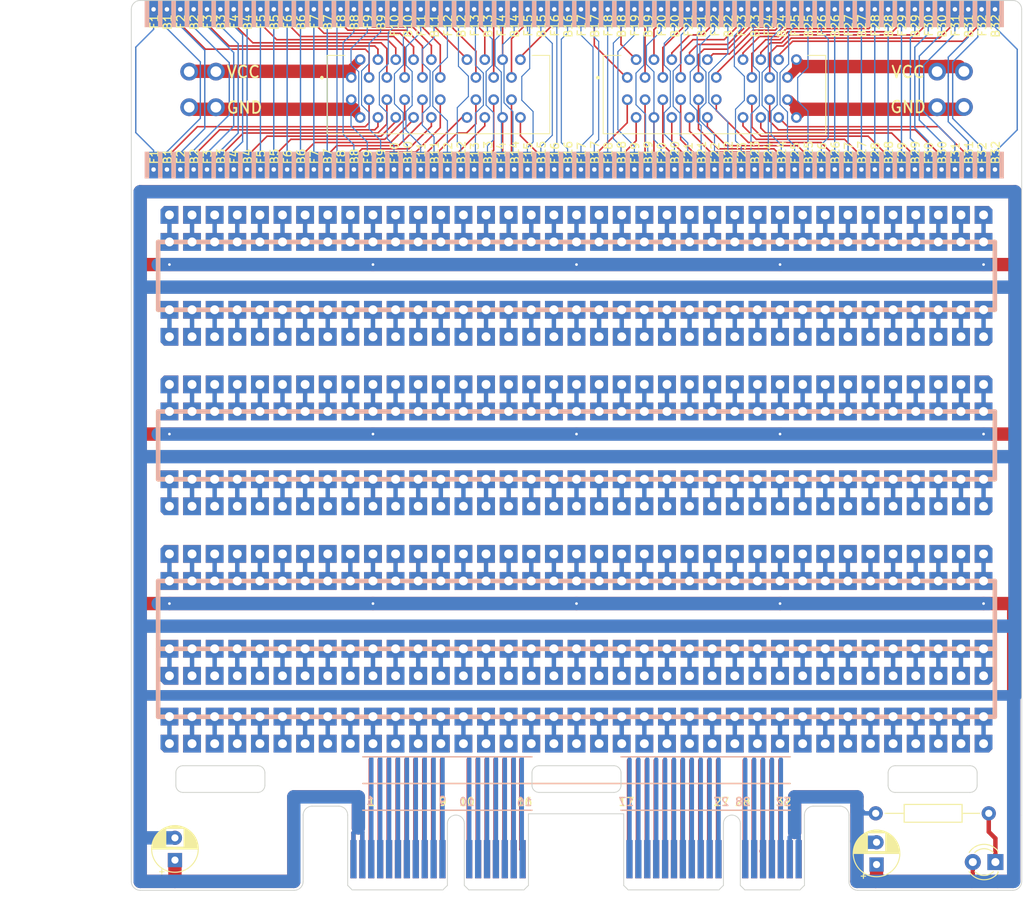
<source format=kicad_pcb>
(kicad_pcb (version 20221018) (generator pcbnew)
  (layers (0 "F.Cu" signal) (31 "B.Cu" signal) (34 "B.Paste" user) (35 "F.Paste" user) (36 "B.SilkS" user "B.Silkscreen") (37 "F.SilkS" user "F.Silkscreen") (38 "B.Mask" user) (39 "F.Mask" user) (44 "Edge.Cuts" user))
  (net 0 "")
  (net 1 "unconnected-(JEa1-PadB18)")
  (net 2 "unconnected-(JEa1-PadB17)")
  (net 3 "unconnected-(JEa1-PadB16)")
  (net 4 "unconnected-(JEa1-PadB15)")
  (net 5 "unconnected-(JEa1-PadB14)")
  (net 6 "unconnected-(JEa1-PadB13)")
  (net 7 "unconnected-(JEa1-PadB12)")
  (net 8 "unconnected-(JEa1-PadB11)")
  (net 9 "unconnected-(JEa1-PadB10)")
  (net 10 "unconnected-(JEa1-PadB9)")
  (net 11 "unconnected-(JEa1-N8-PadB8)")
  (net 12 "unconnected-(JEa1-PadB7)")
  (net 13 "unconnected-(JEa1-PadB6)")
  (net 14 "unconnected-(JEa1-PadB5)")
  (net 15 "unconnected-(JEa1-PadB4)")
  (net 16 "unconnected-(JEa1-PadB3)")
  (net 17 "unconnected-(JEa1-PadA18)")
  (net 18 "unconnected-(JEa1-PadA17)")
  (net 19 "unconnected-(JEa1-PadA16)")
  (net 20 "unconnected-(JEa1-PadA15)")
  (net 21 "unconnected-(JEa1-PadA14)")
  (net 22 "unconnected-(JEa1-PadA13)")
  (net 23 "unconnected-(JEa1-PadA12)")
  (net 24 "unconnected-(JEa1-PadA11)")
  (net 25 "unconnected-(JEa1-PadA10)")
  (net 26 "unconnected-(JEa1-PadA9)")
  (net 27 "unconnected-(JEa1-PadA8)")
  (net 28 "unconnected-(JEa1-PadA7)")
  (net 29 "unconnected-(JEa1-PadA6)")
  (net 30 "unconnected-(JEa1-PadA5)")
  (net 31 "unconnected-(JEa1-PadA4)")
  (net 32 "unconnected-(JEa1-PadA3)")
  (net 33 "unconnected-(JEb1-PadB16)")
  (net 34 "unconnected-(JEb1-PadB15)")
  (net 35 "unconnected-(JEb1-PadB14)")
  (net 36 "unconnected-(JEb1-PadB13)")
  (net 37 "unconnected-(JEb1-PadB12)")
  (net 38 "unconnected-(JEb1-PadB11)")
  (net 39 "unconnected-(JEb1-PadB10)")
  (net 40 "unconnected-(JEb1-PadB9)")
  (net 41 "unconnected-(JEb1-N8-PadB8)")
  (net 42 "unconnected-(JEb1-PadB7)")
  (net 43 "unconnected-(JEb1-PadB6)")
  (net 44 "unconnected-(JEb1-PadB5)")
  (net 45 "unconnected-(JEb1-PadB4)")
  (net 46 "unconnected-(JEb1-PadB3)")
  (net 47 "unconnected-(JEb1-PadB2)")
  (net 48 "unconnected-(JEb1-PadB1)")
  (net 49 "unconnected-(JEb1-PadA16)")
  (net 50 "unconnected-(JEb1-PadA15)")
  (net 51 "unconnected-(JEb1-PadA14)")
  (net 52 "unconnected-(JEb1-PadA13)")
  (net 53 "unconnected-(JEb1-PadA12)")
  (net 54 "unconnected-(JEb1-PadA11)")
  (net 55 "unconnected-(JEb1-PadA10)")
  (net 56 "unconnected-(JEb1-PadA9)")
  (net 57 "unconnected-(JEb1-PadA8)")
  (net 58 "unconnected-(JEb1-PadA7)")
  (net 59 "unconnected-(JEb1-PadA6)")
  (net 60 "unconnected-(JEb1-PadA5)")
  (net 61 "unconnected-(JEb1-PadA4)")
  (net 62 "unconnected-(JEb1-PadA3)")
  (net 63 "unconnected-(JEb1-PadA2)")
  (net 64 "unconnected-(JEb1-PadA1)")
  (net 65 "/A3a")
  (net 66 "/A4a")
  (net 67 "/A5a")
  (net 68 "/A6a")
  (net 69 "/A7a")
  (net 70 "/A8a")
  (net 71 "/A9a")
  (net 72 "/A10a")
  (net 73 "/A11a")
  (net 74 "/A12a")
  (net 75 "/A13a")
  (net 76 "/A14a")
  (net 77 "/A15a")
  (net 78 "/A17a")
  (net 79 "/B3a")
  (net 80 "/B4a")
  (net 81 "/B5a")
  (net 82 "/B6a")
  (net 83 "/B7a")
  (net 84 "/B8a")
  (net 85 "/B9a")
  (net 86 "/B10a")
  (net 87 "/B11a")
  (net 88 "/B12a")
  (net 89 "/B13a")
  (net 90 "/B14a")
  (net 91 "/B15a")
  (net 92 "/B16a")
  (net 93 "/B15b")
  (net 94 "/B14b")
  (net 95 "/B13b")
  (net 96 "/B12b")
  (net 97 "/B11b")
  (net 98 "/B10b")
  (net 99 "/B9b")
  (net 100 "/B8b")
  (net 101 "/B7b")
  (net 102 "/B6b")
  (net 103 "/B5b")
  (net 104 "/B4b")
  (net 105 "/B3b")
  (net 106 "/B2b")
  (net 107 "/B1b")
  (net 108 "/A16b")
  (net 109 "/A15b")
  (net 110 "/A14b")
  (net 111 "/A13b")
  (net 112 "/A12b")
  (net 113 "/A11b")
  (net 114 "/A10b")
  (net 115 "/A9b")
  (net 116 "/A8b")
  (net 117 "/A7b")
  (net 118 "/A6b")
  (net 119 "/A5b")
  (net 120 "/A4b")
  (net 121 "/A3b")
  (net 122 "/A2b")
  (net 123 "/A1b")
  (net 124 "GNDD")
  (net 125 "VCC")
  (net 126 "/B17a")
  (net 127 "/B18a")
  (net 380 "Net-(D1-K)")
  (net 381 "/A18a")
  (net 382 "/A16a")
  (net 383 "/B16b")
  (footprint "matseng:WW37" (layer "F.Cu") (at 100 130.48 180)
    (fp_text reference "J8" hide)
    (fp_text value "Conn_01x37_Pin" hide)
  )
  (footprint "matseng:MountingHole_M2" (layer "F.Cu") (at 100 60)
    (fp_text reference "H5" hide)
    (fp_text value "MountingHole" hide)
  )
  (footprint "matseng:WW37" (layer "F.Cu") (at 100 96.19)
    (fp_text reference "J14" hide)
    (fp_text value "Conn_01x37_Pin" hide)
  )
  (footprint "LED_THT:LED_D3.0mm" (layer "F.Cu") (at 147.05 146.825 180)
    (fp_text reference "D1" hide)
    (fp_text value "LED" hide)
  )
  (footprint "matseng:PAD64-1.5_1.0" (layer "F.Cu") (at 99.75 53)
    (fp_text reference "X1" hide)
    (fp_text value "~" hide)
  )
  (footprint "matseng:WW37" (layer "F.Cu") (at 100 84.76 180)
    (fp_text reference "J6" hide)
    (fp_text value "Conn_01x37_Pin" hide)
  )
  (footprint "matseng:WW37" (layer "F.Cu") (at 100 77.14)
    (fp_text reference "J5" hide)
    (fp_text value "Conn_01x37_Pin")
  )
  (footprint "matseng:MountingHole_M2" (layer "F.Cu") (at 53 63.5)
    (fp_text reference "H1" hide)
    (fp_text value "MountingHole" hide)
  )
  (footprint "matseng:PCI-E36" (layer "F.Cu") (at 74.7 58.65)
    (fp_text reference "J1a1" hide)
    (fp_text value "10018783-10200TLF" hide)
  )
  (footprint "Connector_PCBEdge:BUS_PCIexpress_x1" (layer "F.Cu") (at 74.95 146.5)
    (fp_text reference "JEa1" hide)
    (fp_text value "Bus_PCI_Express_x1" hide)
    (fp_line (start -0.65 -4.95) (end -0.65 2.95) (stroke (width 0.1)) (layer "Edge.Cuts"))
    (fp_line (start -0.65 2.95) (end -0.15 3.45) (stroke (width 0.1)) (layer "Edge.Cuts"))
    (fp_line (start -0.15 3.45) (end 10.05 3.45) (stroke (width 0.1)) (layer "Edge.Cuts"))
    (fp_line (start 10.55 -4) (end 10.55 2.95) (stroke (width 0.1)) (layer "Edge.Cuts"))
    (fp_line (start 10.55 2.95) (end 10.05 3.45) (stroke (width 0.1)) (layer "Edge.Cuts"))
    (fp_line (start 12.45 -4) (end 12.45 2.95) (stroke (width 0.1)) (layer "Edge.Cuts"))
    (fp_line (start 12.45 2.95) (end 12.95 3.45) (stroke (width 0.1)) (layer "Edge.Cuts"))
    (fp_line (start 12.95 3.45) (end 19.15 3.45) (stroke (width 0.1)) (layer "Edge.Cuts"))
    (fp_line (start 19.65 -4.95) (end 19.65 2.95) (stroke (width 0.1)) (layer "Edge.Cuts"))
    (fp_line (start 19.65 2.95) (end 19.15 3.45) (stroke (width 0.1)) (layer "Edge.Cuts"))
    (fp_arc (start 10.55 -4) (mid 11.5 -4.95) (end 12.45 -4) (stroke (width 0.1)) (layer "Edge.Cuts"))
  )
  (footprint "matseng:PAD64-1.5_1.0" (layer "F.Cu") (at 99.75 67 180)
    (fp_text reference "X2" hide)
    (fp_text value "~" hide)
  )
  (footprint "matseng:WW37" (layer "F.Cu") (at 100 122.86 180)
    (fp_text reference "J11" hide)
    (fp_text value "Conn_01x37_Pin" hide)
  )
  (footprint "matseng:WW37" (layer "F.Cu") (at 100 103.81 180)
    (fp_text reference "J13" hide)
    (fp_text value "Conn_01x37_Pin" hide)
  )
  (footprint "Resistor_THT:R_Axial_DIN0309_L9.0mm_D3.2mm_P12.70mm_Horizontal" (layer "F.Cu") (at 146.304 141.351 180)
    (fp_text reference "R1" hide)
    (fp_text value "R" hide)
  )
  (footprint "Connector_PCBEdge:BUS_PCIexpress_x1" (layer "F.Cu") (at 105.95 146.5)
    (fp_text reference "JEb1" hide)
    (fp_text value "Bus_PCI_Express_x1" hide)
    (fp_line (start -0.65 -4.95) (end -0.65 2.95) (stroke (width 0.1)) (layer "Edge.Cuts"))
    (fp_line (start -0.65 2.95) (end -0.15 3.45) (stroke (width 0.1)) (layer "Edge.Cuts"))
    (fp_line (start -0.15 3.45) (end 10.05 3.45) (stroke (width 0.1)) (layer "Edge.Cuts"))
    (fp_line (start 10.55 -4) (end 10.55 2.95) (stroke (width 0.1)) (layer "Edge.Cuts"))
    (fp_line (start 10.55 2.95) (end 10.05 3.45) (stroke (width 0.1)) (layer "Edge.Cuts"))
    (fp_line (start 12.45 -4) (end 12.45 2.95) (stroke (width 0.1)) (layer "Edge.Cuts"))
    (fp_line (start 12.45 2.95) (end 12.95 3.45) (stroke (width 0.1)) (layer "Edge.Cuts"))
    (fp_line (start 12.95 3.45) (end 19.15 3.45) (stroke (width 0.1)) (layer "Edge.Cuts"))
    (fp_line (start 19.65 -4.95) (end 19.65 2.95) (stroke (width 0.1)) (layer "Edge.Cuts"))
    (fp_line (start 19.65 2.95) (end 19.15 3.45) (stroke (width 0.1)) (layer "Edge.Cuts"))
    (fp_arc (start 10.55 -4) (mid 11.5 -4.95) (end 12.45 -4) (stroke (width 0.1)) (layer "Edge.Cuts"))
  )
  (footprint "matseng:MountingHole_M2" (layer "F.Cu") (at 147 63.5)
    (fp_text reference "H4" hide)
    (fp_text value "MountingHole" hide)
  )
  (footprint "matseng:MountingHole_M2" (layer "F.Cu") (at 147 56.5)
    (fp_text reference "H3" hide)
    (fp_text value "MountingHole" hide)
  )
  (footprint "matseng:WW37" (layer "F.Cu") (at 100 115.24)
    (fp_text reference "J12" hide)
    (fp_text value "Conn_01x37_Pin" hide)
  )
  (footprint "matseng:MountingHole_M2" (layer "F.Cu") (at 53 56.5)
    (fp_text reference "H2" hide)
    (fp_text value "MountingHole" hide)
  )
  (footprint "Capacitor_THT:CP_Radial_D5.0mm_P2.50mm" (layer "F.Cu") (at 54.9 146.605113 90)
    (fp_text reference "C2" hide)
    (fp_text value "C_Polarized" hide)
  )
  (footprint "Capacitor_THT:CP_Radial_D5.0mm_P2.50mm" (layer "F.Cu") (at 133.7 147.105112 90)
    (fp_text reference "C1" hide)
    (fp_text value "C_Polarized" hide)
  )
  (footprint "matseng:PCI-E36" (layer "F.Cu") (at 105.7 58.65)
    (fp_text reference "J1b1" hide)
    (fp_text value "10018783-10200TLF" hide)
  )
  (gr_line (start 53.01 77.14) (end 53.01 84.76) (stroke (width 0.5)) (layer "B.SilkS"))
  (gr_line (start 146.99 77.14) (end 53.01 77.14) (stroke (width 0.5)) (layer "B.SilkS"))
  (gr_line (start 76 141) (end 95 141) (stroke (width 0.15)) (layer "B.SilkS"))
  (gr_line (start 146.99 84.76) (end 146.99 77.14) (stroke (width 0.5)) (layer "B.SilkS"))
  (gr_line (start 53.01 84.76) (end 146.99 84.76) (stroke (width 0.5)) (layer "B.SilkS"))
  (gr_line (start 146.99 115.24) (end 146.99 130.5) (stroke (width 0.5)) (layer "B.SilkS"))
  (gr_line (start 53.01 103.81) (end 146.99 103.81) (stroke (width 0.5)) (layer "B.SilkS"))
  (gr_line (start 146.99 115.24) (end 53.01 115.24) (stroke (width 0.5)) (layer "B.SilkS"))
  (gr_line (start 146.99 96.19) (end 53.01 96.19) (stroke (width 0.5)) (layer "B.SilkS"))
  (gr_line (start 146.99 103.81) (end 146.99 96.19) (stroke (width 0.5)) (layer "B.SilkS"))
  (gr_line (start 53.01 122.86) (end 146.99 122.86) (stroke (width 0.5)) (layer "B.SilkS"))
  (gr_line (start 76 138) (end 124 138) (stroke (width 0.15)) (layer "B.SilkS"))
  (gr_line (start 105 141) (end 124 141) (stroke (width 0.15)) (layer "B.SilkS"))
  (gr_line (start 53.01 130.5) (end 146.99 130.5) (stroke (width 0.5)) (layer "B.SilkS"))
  (gr_line (start 76 135) (end 95 135) (stroke (width 0.15)) (layer "B.SilkS"))
  (gr_line (start 105 135) (end 124 135) (stroke (width 0.15)) (layer "B.SilkS"))
  (gr_line (start 53.01 96.19) (end 53.01 103.81) (stroke (width 0.5)) (layer "B.SilkS"))
  (gr_line (start 53.01 115.24) (end 53.01 130.5) (stroke (width 0.5)) (layer "B.SilkS"))
  (gr_line (start 53.01 96.19) (end 53.01 103.81) (stroke (width 0.5)) (layer "F.SilkS"))
  (gr_line (start 105 141) (end 124 141) (stroke (width 0.15)) (layer "F.SilkS"))
  (gr_line (start 76 138) (end 124 138) (stroke (width 0.15)) (layer "F.SilkS"))
  (gr_line (start 53.01 122.86) (end 146.99 122.86) (stroke (width 0.5)) (layer "F.SilkS"))
  (gr_line (start 53.01 103.81) (end 146.99 103.81) (stroke (width 0.5)) (layer "F.SilkS"))
  (gr_line (start 76 135) (end 95 135) (stroke (width 0.15)) (layer "F.SilkS"))
  (gr_line (start 53.01 130.5) (end 146.99 130.5) (stroke (width 0.5)) (layer "F.SilkS"))
  (gr_line (start 146.99 84.76) (end 146.99 77.14) (stroke (width 0.5)) (layer "F.SilkS"))
  (gr_line (start 105 135) (end 124 135) (stroke (width 0.15)) (layer "F.SilkS"))
  (gr_line (start 76 141) (end 95 141) (stroke (width 0.15)) (layer "F.SilkS"))
  (gr_line (start 146.99 115.24) (end 146.99 130.5) (stroke (width 0.5)) (layer "F.SilkS"))
  (gr_line (start 146.99 115.24) (end 53.01 115.24) (stroke (width 0.5)) (layer "F.SilkS"))
  (gr_line (start 53.01 115.24) (end 53.01 130.5) (stroke (width 0.5)) (layer "F.SilkS"))
  (gr_line (start 146.99 103.81) (end 146.99 96.19) (stroke (width 0.5)) (layer "F.SilkS"))
  (gr_line (start 146.99 96.19) (end 53.01 96.19) (stroke (width 0.5)) (layer "F.SilkS"))
  (gr_line (start 53.01 77.14) (end 53.01 84.76) (stroke (width 0.5)) (layer "F.SilkS"))
  (gr_line (start 53.01 84.76) (end 146.99 84.76) (stroke (width 0.5)) (layer "F.SilkS"))
  (gr_line (start 146.99 77.14) (end 53.01 77.14) (stroke (width 0.5)) (layer "F.SilkS"))
  (gr_line (start 55 136.8) (end 55 138.2) (stroke (width 0.1)) (layer "Edge.Cuts"))
  (gr_line (start 74.3 141.55) (end 74.3 141.55) (stroke (width 0.1)) (layer "Edge.Cuts"))
  (gr_line (start 135 136.8) (end 135 138.2) (stroke (width 0.1)) (layer "Edge.Cuts"))
  (gr_line (start 50 51) (end 50 149) (stroke (width 0.1)) (layer "Edge.Cuts"))
  (gr_arc (start 73.3 140.55) (mid 74.007107 140.842893) (end 74.3 141.55) (stroke (width 0.1)) (layer "Edge.Cuts"))
  (gr_line (start 105 138.2) (end 105 136.8) (stroke (width 0.1)) (layer "Edge.Cuts"))
  (gr_arc (start 95.8 139) (mid 95.234315 138.765685) (end 95 138.2) (stroke (width 0.1)) (layer "Edge.Cuts"))
  (gr_line (start 150 149) (end 150 141.55) (stroke (width 0.1)) (layer "Edge.Cuts"))
  (gr_line (start 68.3 150) (end 51 150) (stroke (width 0.1)) (layer "Edge.Cuts"))
  (gr_arc (start 50 51) (mid 50.292893 50.292893) (end 51 50) (stroke (width 0.1)) (layer "Edge.Cuts"))
  (gr_arc (start 135.8 139) (mid 135.234315 138.765685) (end 135 138.2) (stroke (width 0.1)) (layer "Edge.Cuts"))
  (gr_arc (start 69.3 149) (mid 69.007107 149.707107) (end 68.3 150) (stroke (width 0.1)) (layer "Edge.Cuts"))
  (gr_line (start 126.6 140.55) (end 129.6 140.55) (stroke (width 0.1)) (layer "Edge.Cuts"))
  (gr_line (start 95 136.8) (end 95 138.2) (stroke (width 0.1)) (layer "Edge.Cuts"))
  (gr_arc (start 125.6 141.55) (mid 125.892893 140.842893) (end 126.6 140.55) (stroke (width 0.1)) (layer "Edge.Cuts"))
  (gr_arc (start 135 136.8) (mid 135.234315 136.234315) (end 135.8 136) (stroke (width 0.1)) (layer "Edge.Cuts"))
  (gr_arc (start 55.8 139) (mid 55.234315 138.765685) (end 55 138.2) (stroke (width 0.1)) (layer "Edge.Cuts"))
  (gr_line (start 69.3 141.55) (end 69.3 149) (stroke (width 0.1)) (layer "Edge.Cuts"))
  (gr_arc (start 145 138.2) (mid 144.765684 138.765684) (end 144.2 139) (stroke (width 0.1)) (layer "Edge.Cuts"))
  (gr_arc (start 129.6 140.55) (mid 130.307107 140.842893) (end 130.6 141.55) (stroke (width 0.1)) (layer "Edge.Cuts"))
  (gr_line (start 65 138.2) (end 65 136.8) (stroke (width 0.1)) (layer "Edge.Cuts"))
  (gr_arc (start 65 138.2) (mid 64.765685 138.765685) (end 64.2 139) (stroke (width 0.1)) (layer "Edge.Cuts"))
  (gr_line (start 145 138.2) (end 145 136.8) (stroke (width 0.1)) (layer "Edge.Cuts"))
  (gr_arc (start 64.2 136) (mid 64.765685 136.234315) (end 65 136.8) (stroke (width 0.1)) (layer "Edge.Cuts"))
  (gr_line (start 94.6 141.4) (end 105.3 141.4) (stroke (width 0.1)) (layer "Edge.Cuts"))
  (gr_arc (start 55 136.8) (mid 55.234315 136.234315) (end 55.8 136) (stroke (width 0.1)) (layer "Edge.Cuts"))
  (gr_line (start 125.6 141.55) (end 125.6 141.55) (stroke (width 0.1)) (layer "Edge.Cuts"))
  (gr_line (start 130.6 141.55) (end 130.6 149) (stroke (width 0.1)) (layer "Edge.Cuts"))
  (gr_line (start 95.8 139) (end 104.2 139) (stroke (width 0.1)) (layer "Edge.Cuts"))
  (gr_arc (start 69.3 141.55) (mid 69.592893 140.842893) (end 70.3 140.55) (stroke (width 0.1)) (layer "Edge.Cuts"))
  (gr_line (start 73.3 140.55) (end 70.3 140.55) (stroke (width 0.1)) (layer "Edge.Cuts"))
  (gr_line (start 104.2 136) (end 95.8 136) (stroke (width 0.1)) (layer "Edge.Cuts"))
  (gr_arc (start 95 136.8) (mid 95.234315 136.234315) (end 95.8 136) (stroke (width 0.1)) (layer "Edge.Cuts"))
  (gr_arc (start 104.2 136) (mid 104.765685 136.234315) (end 105 136.8) (stroke (width 0.1)) (layer "Edge.Cuts"))
  (gr_line (start 131.6 150) (end 149 150) (stroke (width 0.1)) (layer "Edge.Cuts"))
  (gr_line (start 149 50) (end 51 50) (stroke (width 0.1)) (layer "Edge.Cuts"))
  (gr_line (start 55.8 139) (end 64.2 139) (stroke (width 0.1)) (layer "Edge.Cuts"))
  (gr_line (start 135.8 139) (end 144.2 139) (stroke (width 0.1)) (layer "Edge.Cuts"))
  (gr_line (start 150 141.55) (end 150 51) (stroke (width 0.1)) (layer "Edge.Cuts"))
  (gr_line (start 105.3 141.55) (end 105.3 141.4) (stroke (width 0.1)) (layer "Edge.Cuts"))
  (gr_arc (start 51 150) (mid 50.292893 149.707107) (end 50 149) (stroke (width 0.1)) (layer "Edge.Cuts"))
  (gr_line (start 94.6 141.55) (end 94.6 141.4) (stroke (width 0.1)) (layer "Edge.Cuts"))
  (gr_line (start 64.2 136) (end 55.8 136) (stroke (width 0.1)) (layer "Edge.Cuts"))
  (gr_line (start 144.2 136) (end 135.8 136) (stroke (width 0.1)) (layer "Edge.Cuts"))
  (gr_arc (start 105 138.2) (mid 104.765685 138.765685) (end 104.2 139) (stroke (width 0.1)) (layer "Edge.Cuts"))
  (gr_arc (start 144.2 136) (mid 144.7657 136.234308) (end 145 136.8) (stroke (width 0.1)) (layer "Edge.Cuts"))
  (gr_arc (start 149 50) (mid 149.707107 50.292893) (end 150 51) (stroke (width 0.1)) (layer "Edge.Cuts"))
  (gr_arc (start 131.6 150) (mid 130.892893 149.707107) (end 130.6 149) (stroke (width 0.1)) (layer "Edge.Cuts"))
  (gr_arc (start 150 149) (mid 149.707107 149.707107) (end 149 150) (stroke (width 0.1)) (layer "Edge.Cuts"))
  (gr_text "16" (at 95.123 140.589) (layer "B.SilkS") (effects (font (size 0.9 0.9)) (justify left bottom mirror)))
  (gr_text "28" (at 119.634 140.589) (layer "B.SilkS") (effects (font (size 0.9 0.9) (thickness 0.15) bold) (justify left bottom mirror)))
  (gr_text "10" (at 88.646 140.589) (layer "B.SilkS") (effects (font (size 0.9 0.9) (thickness 0.15) bold) (justify left bottom mirror)))
  (gr_text "32" (at 124.206 140.589) (layer "B.SilkS") (effects (font (size 0.9 0.9) (thickness 0.15) bold) (justify left bottom mirror)))
  (gr_text "27" (at 117.221 140.589) (layer "B.SilkS") (effects (font (size 0.9 0.9) (thickness 0.15) bold) (justify left bottom mirror)))
  (gr_text "17" (at 106.553 140.589) (layer "B.SilkS") (effects (font (size 0.9 0.9) (thickness 0.15) bold) (justify left bottom mirror)))
  (gr_text "9" (at 85.471 140.462) (layer "B.SilkS") (effects (font (size 0.9 0.9) (thickness 0.15) bold) (justify left bottom mirror)))
  (gr_text "1" (at 77.343 140.462) (layer "B.SilkS") (effects (font (size 0.9 0.9) (thickness 0.15) bold) (justify left bottom mirror)))
  (gr_text "B29" (at 138.6 54.285714 90) (layer "F.SilkS") (effects (font (size 0.9 0.9)) (justify left bottom)))
  (gr_text "F7" (at 71.1 68.5 90) (layer "F.SilkS") (effects (font (size 0.9 0.9)) (justify left bottom)))
  (gr_text "9" (at 84.455 140.589) (layer "F.SilkS") (effects (font (size 0.9 0.9)) (justify left bottom)))
  (gr_text "B25" (at 126.6 54.285714 90) (layer "F.SilkS") (effects (font (size 0.9 0.9)) (justify left bottom)))
  (gr_text "F9" (at 77.1 68.5 90) (layer "F.SilkS") (effects (font (size 0.9 0.9)) (justify left bottom)))
  (gr_text "F14" (at 92.1 68.5 90) (layer "F.SilkS") (effects (font (size 0.9 0.9)) (justify left bottom)))
  (gr_text "F24" (at 122.1 54.157143 90) (layer "F.SilkS") (effects (font (size 0.9 0.9)) (justify left bottom)))
  (gr_text "F4" (at 62.1 68.5 90) (layer "F.SilkS") (effects (font (size 0.9 0.9)) (justify left bottom)))
  (gr_text "F5" (at 65.1 68.5 90) (layer "F.SilkS") (effects (font (size 0.9 0.9)) (justify left bottom)))
  (gr_text "F1" (at 53.1 68.5 90) (layer "F.SilkS") (effects (font (size 0.9 0.9)) (justify left bottom)))
  (gr_text "F13" (at 89.1 68.5 90) (layer "F.SilkS") (effects (font (size 0.9 0.9)) (justify left bottom)))
  (gr_text "B27" (at 132.6 68.5 90) (layer "F.SilkS") (effects (font (size 0.9 0.9)) (justify left bottom)))
  (gr_text "GND" (at 135.123 62.738) (layer "F.SilkS") (effects (font (size 1.3 1.3) (thickness 0.2)) (justify left bottom)))
  (gr_text "B16" (at 99.6 68.5 90) (layer "F.SilkS") (effects (font (size 0.9 0.9)) (justify left bottom)))
  (gr_text "F19" (at 107.1 54.157143 90) (layer "F.SilkS") (effects (font (size 0.9 0.9)) (justify left bottom)))
  (gr_text "F23" (at 119.1 68.5 90) (layer "F.SilkS") (effects (font (size 0.9 0.9)) (justify left bottom)))
  (gr_text "F12" (at 86.1 68.5 90) (layer "F.SilkS") (effects (font (size 0.9 0.9)) (justify left bottom)))
  (gr_text "B8" (at 75.6 53.428571 90) (layer "F.SilkS") (effects (font (size 0.9 0.9)) (justify left bottom)))
  (gr_text "B12" (at 87.6 68.5 90) (layer "F.SilkS") (effects (font (size 0.9 0.9)) (justify left bottom)))
  (gr_text "B4" (at 63.6 68.5 90) (layer "F.SilkS") (effects (font (size 0.9 0.9)) (justify left bottom)))
  (gr_text "F11" (at 83.1 68.5 90) (layer "F.SilkS") (effects (font (size 0.9 0.9)) (justify left bottom)))
  (gr_text "B2" (at 57.6 68.5 90) (layer "F.SilkS") (effects (font (size 0.9 0.9)) (justify left bottom)))
  (gr_text "F17" (at 101.1 54.157143 90) (layer "F.SilkS") (effects (font (size 0.9 0.9)) (justify left bottom)))
  (gr_text "B8" (at 75.6 68.5 90) (layer "F.SilkS") (effects (font (size 0.9 0.9)) (justify left bottom)))
  (gr_text "B10" (at 81.6 68.5 90) (layer "F.SilkS") (effects (font (size 0.9 0.9)) (justify left bottom)))
  (gr_text "B18" (at 105.6 54.285714 90) (layer "F.SilkS") (effects (font (size 0.9 0.9)) (justify left bottom)))
  (gr_text "F12" (at 86.1 54.157143 90) (layer "F.SilkS") (effects (font (size 0.9 0.9)) (justify left bottom)))
  (gr_text "F5" (at 65.1 53.3 90) (layer "F.SilkS") (effects (font (size 0.9 0.9)) (justify left bottom)))
  (gr_text "F18" (at 104.1 54.157143 90) (layer "F.SilkS") (effects (font (size 0.9 0.9)) (justify left bottom)))
  (gr_text "B22" (at 117.6 68.5 90) (layer "F.SilkS") (effects (font (size 0.9 0.9)) (justify left bottom)))
  (gr_text "F7" (at 71.1 53.3 90) (layer "F.SilkS") (effects (font (size 0.9 0.9)) (justify left bottom)))
  (gr_text "27" (at 115.316 140.589) (layer "F.SilkS") (effects (font (size 0.9 0.9)) (justify left bottom)))
  (gr_text "F18" (at 104.1 68.5 90) (layer "F.SilkS") (effects (font (size 0.9 0.9)) (justify left bottom)))
  (gr_text "F6" (at 68.1 53.3 90) (layer "F.SilkS") (effects (font (size 0.9 0.9)) (justify left bottom)))
  (gr_text "F26" (at 128.1 54.157143 90) (layer "F.SilkS") (effects (font (size 0.9 0.9)) (justify left bottom)))
  (gr_text "B26" (at 129.6 54.285714 90) (layer "F.SilkS") (effects (font (size 0.9 0.9)) (justify left bottom)))
  (gr_text "B25" (at 126.6 68.5 90) (layer "F.SilkS") (effects (font (size 0.9 0.9)) (justify left bottom)))
  (gr_text "B30" (at 141.6 54.285714 90) (layer "F.SilkS") (effects (font (size 0.9 0.9)) (justify left bottom)))
  (gr_text "B23" (at 120.6 68.5 90) (layer "F.SilkS") (effects (font (size 0.9 0.9)) (justify left bottom)))
  (gr_text "F27" (at 131.1 54.157143 90) (layer "F.SilkS") (effects (font (size 0.9 0.9)) (justify left bottom)))
  (gr_text "B11" (at 84.6 54.285714 90) (layer "F.SilkS") (effects (font (size 0.9 0.9)) (justify left bottom)))
  (gr_text "B13" (at 90.6 68.5 90) (layer "F.SilkS") (effects (font (size 0.9 0.9)) (justify left bottom)))
  (gr_text "F2" (at 56.1 53.3 90) (layer "F.SilkS") (effects (font (size 0.9 0.9)) (justify left bottom)))
  (gr_text "B12" (at 87.6 54.285714 90) (layer "F.SilkS") (effects (font (size 0.9 0.9)) (justify left bottom)))
  (gr_text "B7" (at 72.6 53.428571 90) (layer "F.SilkS") (effects (font (size 0.9 0.9)) (justify left bottom)))
  (gr_text "F10" (at 80.1 54.157143 90) (layer "F.SilkS") (effects (font (size 0.9 0.9)) (justify left bottom)))
  (gr_text "B28" (at 135.6 54.285714 90) (layer "F.SilkS") (effects (font (size 0.9 0.9)) (justify left bottom)))
  (gr_text "B31" (at 144.6 68.5 90) (layer "F.SilkS") (effects (font (size 0.9 0.9)) (justify left bottom)))
  (gr_text "F28" (at 134.1 68.5 90) (layer "F.SilkS") (effects (font (size 0.9 0.9)) (justify left bottom)))
  (gr_text "B19" (at 108.6 68.5 90) (layer "F.SilkS") (effects (font (size 0.9 0.9)) (justify left bottom)))
  (gr_text "F22" (at 116.1 54.157143 90) (layer "F.SilkS") (effects (font (size 0.9 0.9)) (justify left bottom)))
  (gr_text "B19" (at 108.6 54.285714 90) (layer "F.SilkS") (effects (font (size 0.9 0.9)) (justify left bottom)))
  (gr_text "F32" (at 146.1 68.5 90) (layer "F.SilkS") (effects (font (size 0.9 0.9)) (justify left bottom)))
  (gr_text "F30" (at 140.1 54.157143 90) (layer "F.SilkS") (effects (font (size 0.9 0.9)) (justify left bottom)))
  (gr_text "F17" (at 101.1 68.5 90) (layer "F.SilkS") (effects (font (size 0.9 0.9)) (justify left bottom)))
  (gr_text "VCC" (at 135.25 58.801) (layer "F.SilkS") (effects (font (size 1.3 1.3) (thickness 0.2)) (justify left bottom)))
  (gr_text "B1" (at 54.6 53.428571 90) (layer "F.SilkS") (effects (font (size 0.9 0.9)) (justify left bottom)))
  (gr_text "F16" (at 98.1 68.5 90) (layer "F.SilkS") (effects (font (size 0.9 0.9)) (justify left bottom)))
  (gr_text "B10" (at 81.6 54.285714 90) (layer "F.SilkS") (effects (font (size 0.9 0.9)) (justify left bottom)))
  (gr_text "F22" (at 116.1 68.5 90) (layer "F.SilkS") (effects (font (size 0.9 0.9)) (justify left bottom)))
  (gr_text "F3" (at 59.1 68.5 90) (layer "F.SilkS") (effects (font (size 0.9 0.9)) (justify left bottom)))
  (gr_text "B21" (at 114.6 54.285714 90) (layer "F.SilkS") (effects (font (size 0.9 0.9)) (justify left bottom)))
  (gr_text "B1" (at 54.6 68.5 90) (layer "F.SilkS") (effects (font (size 0.9 0.9)) (justify left bottom)))
  (gr_text "F20" (at 110.1 68.5 90) (layer "F.SilkS") (effects (font (size 0.9 0.9)) (justify left bottom)))
  (gr_text "B7" (at 72.6 68.5 90) (layer "F.SilkS") (effects (font (size 0.9 0.9)) (justify left bottom)))
  (gr_text "GND" (at 60.6 62.8) (layer "F.SilkS") (effects (font (size 1.3 1.3) (thickness 0.2)) (justify left bottom)))
  (gr_text "17" (at 104.648 140.589) (layer "F.SilkS") (effects (font (size 0.9 0.9)) (justify left bottom)))
  (gr_text "B24" (at 123.6 54.285714 90) (layer "F.SilkS") (effects (font (size 0.9 0.9)) (justify left bottom)))
  (gr_text "F30" (at 140.1 68.5 90) (layer "F.SilkS") (effects (font (size 0.9 0.9)) (justify left bottom)))
  (gr_text "F15" (at 95.1 54.157143 90) (layer "F.SilkS") (effects (font (size 0.9 0.9)) (justify left bottom)))
  (gr_text "28" (at 117.729 140.589) (layer "F.SilkS") (effects (font (size 0.9 0.9)) (justify left bottom)))
  (gr_text "B24" (at 123.6 68.5 90) (layer "F.SilkS") (effects (font (size 0.9 0.9)) (justify left bottom)))
  (gr_text "F3" (at 59.1 53.3 90) (layer "F.SilkS") (effects (font (size 0.9 0.9)) (justify left bottom)))
  (gr_text "B16" (at 99.6 54.285714 90) (layer "F.SilkS") (effects (font (size 0.9 0.9)) (justify left bottom)))
  (gr_text "B32" (at 147.6 68.5 90) (layer "F.SilkS") (effects (font (size 0.9 0.9)) (justify left bottom)))
  (gr_text "B9" (at 78.6 68.5 90) (layer "F.SilkS") (effects (font (size 0.9 0.9)) (justify left bottom)))
  (gr_text "F23" (at 119.1 54.157143 90) (layer "F.SilkS") (effects (font (size 0.9 0.9)) (justify left bottom)))
  (gr_text "B21" (at 114.6 68.5 90) (layer "F.SilkS") (effects (font (size 0.9 0.9)) (justify left bottom)))
  (gr_text "F25" (at 125.1 54.157143 90) (layer "F.SilkS") (effects (font (size 0.9 0.9)) (justify left bottom)))
  (gr_text "F1" (at 53.1 53.3 90) (layer "F.SilkS") (effects (font (size 0.9 0.9)) (justify left bottom)))
  (gr_text "B9" (at 78.6 53.428571 90) (layer "F.SilkS") (effects (font (size 0.9 0.9)) (justify left bottom)))
  (gr_text "B22" (at 117.6 54.285714 90) (layer "F.SilkS") (effects (font (size 0.9 0.9)) (justify left bottom)))
  (gr_text "F16" (at 98.1 54.157143 90) (layer "F.SilkS") (effects (font (size 0.9 0.9)) (justify left bottom)))
  (gr_text "B26" (at 129.6 68.5 90) (layer "F.SilkS") (effects (font (size 0.9 0.9)) (justify left bottom)))
  (gr_text "B31" (at 144.6 54.285714 90) (layer "F.SilkS") (effects (font (size 0.9 0.9)) (justify left bottom)))
  (gr_text "F26" (at 128.1 68.5 90) (layer "F.SilkS") (effects (font (size 0.9 0.9)) (justify left bottom)))
  (gr_text "B6" (at 69.6 68.5 90) (layer "F.SilkS") (effects (font (size 0.9 0.9)) (justify left bottom)))
  (gr_text "F19" (at 107.1 68.5 90) (layer "F.SilkS") (effects (font (size 0.9 0.9)) (justify left bottom)))
  (gr_text "B17" (at 102.6 68.5 90) (layer "F.SilkS") (effects (font (size 0.9 0.9)) (justify left bottom)))
  (gr_text "B5" (at 66.6 68.5 90) (layer "F.SilkS") (effects (font (size 0.9 0.9)) (justify left bottom)))
  (gr_text "F15" (at 95.1 68.5 90) (layer "F.SilkS") (effects (font (size 0.9 0.9)) (justify left bottom)))
  (gr_text "F4" (at 62.1 53.3 90) (layer "F.SilkS") (effects (font (size 0.9 0.9)) (justify left bottom)))
  (gr_text "B6" (at 69.6 53.428571 90) (layer "F.SilkS") (effects (font (size 0.9 0.9)) (justify left bottom)))
  (gr_text "32" (at 122.301 140.589) (layer "F.SilkS") (effects (font (size 0.9 0.9)) (justify left bottom)))
  (gr_text "B29" (at 138.6 68.5 90) (layer "F.SilkS") (effects (font (size 0.9 0.9)) (justify left bottom)))
  (gr_text "B14" (at 93.6 54.285714 90) (layer "F.SilkS") (effects (font (size 0.9 0.9)) (justify left bottom)))
  (gr_text "B23" (at 120.6 54.285714 90) (layer "F.SilkS") (effects (font (size 0.9 0.9)) (justify left bottom)))
  (gr_text "B14" (at 93.6 68.5 90) (layer "F.SilkS") (effects (font (size 0.9 0.9)) (justify left bottom)))
  (gr_text "B27" (at 132.6 54.285714 90) (layer "F.SilkS") (effects (font (size 0.9 0.9)) (justify left bottom)))
  (gr_text "B18" (at 105.6 68.5 90) (layer "F.SilkS") (effects (font (size 0.9 0.9)) (justify left bottom)))
  (gr_text "F24" (at 122.1 68.5 90) (layer "F.SilkS") (effects (font (size 0.9 0.9)) (justify left bottom)))
  (gr_text "F10" (at 80.1 68.5 90) (layer "F.SilkS") (effects (font (size 0.9 0.9)) (justify left bottom)))
  (gr_text "16" (at 93.218 140.589) (layer "F.SilkS") (effects (font (size 0.9 0.9)) (justify left bottom)))
  (gr_text "B4" (at 63.6 53.428571 90) (layer "F.SilkS") (effects (font (size 0.9 0.9)) (justify left bottom)))
  (gr_text "F20" (at 110.1 54.157143 90) (layer "F.SilkS") (effects (font (size 0.9 0.9)) (justify left bottom)))
  (gr_text "B28" (at 135.6 68.5 90) (layer "F.SilkS") (effects (font (size 0.9 0.9)) (justify left bottom)))
  (gr_text "B20" (at 111.6 68.5 90) (layer "F.SilkS") (effects (font (size 0.9 0.9)) (justify left bottom)))
  (gr_text "F6" (at 68.1 68.5 90) (layer "F.SilkS") (effects (font (size 0.9 0.9)) (justify left bottom)))
  (gr_text "F31" (at 143.1 54.157143 90) (layer "F.SilkS") (effects (font (size 0.9 0.9)) (justify left bottom)))
  (gr_text "F31" (at 143.1 68.5 90) (layer "F.SilkS") (effects (font (size 0.9 0.9)) (justify left bottom)))
  (gr_text "1" (at 76.454 140.589) (layer "F.SilkS") (effects (font (size 0.9 0.9)) (justify left bottom)))
  (gr_text "B30" (at 141.6 68.5 90) (layer "F.SilkS") (effects (font (size 0.9 0.9)) (justify left bottom)))
  (gr_text "F29" (at 137.1 54.157143 90) (layer "F.SilkS") (effects (font (size 0.9 0.9)) (justify left bottom)))
  (gr_text "B11" (at 84.6 68.5 90) (layer "F.SilkS") (effects (font (size 0.9 0.9)) (justify left bottom)))
  (gr_text "F8" (at 74.1 53.3 90) (layer "F.SilkS") (effects (font (size 0.9 0.9)) (justify left bottom)))
  (gr_text "F28" (at 134.1 54.157143 90) (layer "F.SilkS") (effects (font (size 0.9 0.9)) (justify left bottom)))
  (gr_text "B5" (at 66.6 53.428571 90) (layer "F.SilkS") (effects (font (size 0.9 0.9)) (justify left bottom)))
  (gr_text "B13" (at 90.6 54.285714 90) (layer "F.SilkS") (effects (font (size 0.9 0.9)) (justify left bottom)))
  (gr_text "B3" (at 60.6 68.5 90) (layer "F.SilkS") (effects (font (size 0.9 0.9)) (justify left bottom)))
  (gr_text "F21" (at 113.1 54.157143 90) (layer "F.SilkS") (effects (font (size 0.9 0.9)) (justify left bottom)))
  (gr_text "F2" (at 56.1 68.5 90) (layer "F.SilkS") (effects (font (size 0.9 0.9)) (justify left bottom)))
  (gr_text "F29" (at 137.1 68.5 90) (layer "F.SilkS") (effects (font (size 0.9 0.9)) (justify left bottom)))
  (gr_text "10" (at 86.741 140.589) (layer "F.SilkS") (effects (font (size 0.9 0.9)) (justify left bottom)))
  (gr_text "F25" (at 125.1 68.5 90) (layer "F.SilkS") (effects (font (size 0.9 0.9)) (justify left bottom)))
  (gr_text "F9" (at 77.1 53.3 90) (layer "F.SilkS") (effects (font (size 0.9 0.9)) (justify left bottom)))
  (gr_text "F8" (at 74.1 68.5 90) (layer "F.SilkS") (effects (font (size 0.9 0.9)) (justify left bottom)))
  (gr_text "F27" (at 131.1 68.5 90) (layer "F.SilkS") (effects (font (size 0.9 0.9)) (justify left bottom)))
  (gr_text "B15" (at 96.6 54.285714 90) (layer "F.SilkS") (effects (font (size 0.9 0.9)) (justify left bottom)))
  (gr_text "F11" (at 83.1 54.157143 90) (layer "F.SilkS") (effects (font (size 0.9 0.9)) (justify left bottom)))
  (gr_text "B3" (at 60.6 53.428571 90) (layer "F.SilkS") (effects (font (size 0.9 0.9)) (justify left bottom)))
  (gr_text "VCC" (at 60.6 58.8) (layer "F.SilkS") (effects (font (size 1.3 1.3) (thickness 0.2)) (justify left bottom)))
  (gr_text "F14" (at 92.1 54.157143 90) (layer "F.SilkS") (effects (font (size 0.9 0.9)) (justify left bottom)))
  (gr_text "B17" (at 102.6 54.285714 90) (layer "F.SilkS") (effects (font (size 0.9 0.9)) (justify left bottom)))
  (gr_text "B20" (at 111.6 54.285714 90) (layer "F.SilkS") (effects (font (size 0.9 0.9)) (justify left bottom)))
  (gr_text "F32" (at 146.1 54.157143 90) (layer "F.SilkS") (effects (font (size 0.9 0.9)) (justify left bottom)))
  (gr_text "B15" (at 96.6 68.5 90) (layer "F.SilkS") (effects (font (size 0.9 0.9)) (justify left bottom)))
  (gr_text "B32" (at 147.6 54.285714 90) (layer "F.SilkS") (effects (font (size 0.9 0.9)) (justify left bottom)))
  (gr_text "B2" (at 57.6 53.428571 90) (layer "F.SilkS") (effects (font (size 0.9 0.9)) (justify left bottom)))
  (gr_text "F21" (at 113.1 68.5 90) (layer "F.SilkS") (effects (font (size 0.9 0.9)) (justify left bottom)))
  (gr_text "F13" (at 89.1 54.157143 90) (layer "F.SilkS") (effects (font (size 0.9 0.9)) (justify left bottom)))
  (segment (start 93.8 145.4) (end 93.8 135.3) (width 0.5) (layer "F.Cu") (net 1))
  (segment (start 93.95 145.55) (end 93.8 145.4) (width 0.5) (layer "F.Cu") (net 1))
  (segment (start 93.95 146.5) (end 93.95 145.55) (width 0.5) (layer "F.Cu") (net 1))
  (segment (start 92.9 145.9) (end 92.9 135.3) (width 0.5) (layer "F.Cu") (net 2))
  (segment (start 92.95 145.95) (end 92.9 145.9) (width 0.5) (layer "F.Cu") (net 2))
  (segment (start 91.9 146) (end 91.9 135.3) (width 0.5) (layer "F.Cu") (net 3))
  (segment (start 91.95 146.5) (end 91.95 146.05) (width 0.5) (layer "F.Cu") (net 3))
  (segment (start 91.95 146.05) (end 91.9 146) (width 0.5) (layer "F.Cu") (net 3))
  (segment (start 90.95 145.45) (end 90.9 145.4) (width 0.5) (layer "F.Cu") (net 4))
  (segment (start 90.95 146.5) (end 90.95 145.45) (width 0.5) (layer "F.Cu") (net 4))
  (segment (start 90.9 145.4) (end 90.9 135.3) (width 0.5) (layer "F.Cu") (net 4))
  (segment (start 89.9 146.1) (end 89.9 135.3) (width 0.5) (layer "F.Cu") (net 5))
  (segment (start 89.95 146.5) (end 89.95 146.15) (width 0.5) (layer "F.Cu") (net 5))
  (segment (start 89.95 146.15) (end 89.9 146.1) (width 0.5) (layer "F.Cu") (net 5))
  (segment (start 88.95 146.5) (end 88.95 146.05) (width 0.5) (layer "F.Cu") (net 6))
  (segment (start 88.9 146) (end 88.9 135.3) (width 0.5) (layer "F.Cu") (net 6))
  (segment (start 88.95 146.05) (end 88.9 146) (width 0.5) (layer "F.Cu") (net 6))
  (segment (start 87.9 145.7) (end 87.9 135.3) (width 0.5) (layer "F.Cu") (net 7))
  (segment (start 87.95 146.5) (end 87.95 145.75) (width 0.5) (layer "F.Cu") (net 7))
  (segment (start 87.95 145.75) (end 87.9 145.7) (width 0.5) (layer "F.Cu") (net 7))
  (segment (start 84.95 145.95) (end 84.9 145.9) (width 0.5) (layer "F.Cu") (net 8))
  (segment (start 84.9 145.9) (end 84.9 135.3) (width 0.5) (layer "F.Cu") (net 8))
  (segment (start 84.95 146.5) (end 84.95 145.95) (width 0.5) (layer "F.Cu") (net 8))
  (segment (start 83.95 146.05) (end 83.9 146) (width 0.5) (layer "F.Cu") (net 9))
  (segment (start 83.9 146) (end 83.9 135.3) (width 0.5) (layer "F.Cu") (net 9))
  (segment (start 83.95 146.5) (end 83.95 146.05) (width 0.5) (layer "F.Cu") (net 9))
  (segment (start 82.95 146.5) (end 82.95 146.25) (width 0.5) (layer "F.Cu") (net 10))
  (segment (start 82.9 146.2) (end 82.9 135.3) (width 0.5) (layer "F.Cu") (net 10))
  (segment (start 82.95 146.25) (end 82.9 146.2) (width 0.5) (layer "F.Cu") (net 10))
  (segment (start 81.95 145.95) (end 81.9 145.9) (width 0.5) (layer "F.Cu") (net 11))
  (segment (start 81.95 146.5) (end 81.95 145.95) (width 0.5) (layer "F.Cu") (net 11))
  (segment (start 81.9 145.9) (end 81.9 135.3) (width 0.5) (layer "F.Cu") (net 11))
  (segment (start 80.95 145.45) (end 80.9 145.4) (width 0.5) (layer "F.Cu") (net 12))
  (segment (start 80.9 145.4) (end 80.9 135.3) (width 0.5) (layer "F.Cu") (net 12))
  (segment (start 80.95 146.5) (end 80.95 145.45) (width 0.5) (layer "F.Cu") (net 12))
  (segment (start 79.95 146.5) (end 79.95 146.25) (width 0.5) (layer "F.Cu") (net 13))
  (segment (start 79.9 146.2) (end 79.9 135.3) (width 0.5) (layer "F.Cu") (net 13))
  (segment (start 79.95 146.25) (end 79.9 146.2) (width 0.5) (layer "F.Cu") (net 13))
  (segment (start 78.95 146.5) (end 78.95 146.05) (width 0.5) (layer "F.Cu") (net 14))
  (segment (start 78.95 146.05) (end 78.9 146) (width 0.5) (layer "F.Cu") (net 14))
  (segment (start 78.9 146) (end 78.9 135.3) (width 0.5) (layer "F.Cu") (net 14))
  (segment (start 77.95 146.5) (end 77.95 145.95) (width 0.5) (layer "F.Cu") (net 15))
  (segment (start 77.9 145.9) (end 77.9 135.3) (width 0.5) (layer "F.Cu") (net 15))
  (segment (start 77.95 145.95) (end 77.9 145.9) (width 0.5) (layer "F.Cu") (net 15))
  (segment (start 76.95 146.05) (end 76.9 146) (width 0.5) (layer "F.Cu") (net 16))
  (segment (start 76.9 146) (end 76.9 135.3) (width 0.5) (layer "F.Cu") (net 16))
  (segment (start 76.95 146.5) (end 76.95 146.05) (width 0.5) (layer "F.Cu") (net 16))
  (segment (start 93.85 145.3) (end 93.85 135.2) (width 0.5) (layer "B.Cu") (net 17))
  (segment (start 94 146.4) (end 94 145.45) (width 0.5) (layer "B.Cu") (net 17))
  (segment (start 94 145.45) (end 93.85 145.3) (width 0.5) (layer "B.Cu") (net 17))
  (segment (start 92.95 145.8) (end 92.95 135.2) (width 0.5) (layer "B.Cu") (net 18))
  (segment (start 93 145.85) (end 92.95 145.8) (width 0.5) (layer "B.Cu") (net 18))
  (segment (start 92 145.95) (end 91.95 145.9) (width 0.5) (layer "B.Cu") (net 19))
  (segment (start 91.95 145.9) (end 91.95 135.2) (width 0.5) (layer "B.Cu") (net 19))
  (segment (start 92 146.4) (end 92 145.95) (width 0.5) (layer "B.Cu") (net 19))
  (segment (start 91 145.35) (end 90.95 145.3) (width 0.5) (layer "B.Cu") (net 20))
  (segment (start 91 146.4) (end 91 145.35) (width 0.5) (layer "B.Cu") (net 20))
  (segment (start 90.95 145.3) (end 90.95 135.2) (width 0.5) (layer "B.Cu") (net 20))
  (segment (start 90 146.05) (end 89.95 146) (width 0.5) (layer "B.Cu") (net 21))
  (segment (start 90 146.4) (end 90 146.05) (width 0.5) (layer "B.Cu") (net 21))
  (segment (start 89.95 146) (end 89.95 135.2) (width 0.5) (layer "B.Cu") (net 21))
  (segment (start 88.95 145.9) (end 88.95 135.2) (width 0.5) (layer "B.Cu") (net 22))
  (segment (start 89 145.95) (end 88.95 145.9) (width 0.5) (layer "B.Cu") (net 22))
  (segment (start 89 146.4) (end 89 145.95) (width 0.5) (layer "B.Cu") (net 22))
  (segment (start 88 146.4) (end 88 145.65) (width 0.5) (layer "B.Cu") (net 23))
  (segment (start 87.95 145.6) (end 87.95 135.2) (width 0.5) (layer "B.Cu") (net 23))
  (segment (start 88 145.65) (end 87.95 145.6) (width 0.5) (layer "B.Cu") (net 23))
  (segment (start 85 145.85) (end 84.95 145.8) (width 0.5) (layer "B.Cu") (net 24))
  (segment (start 84.95 145.8) (end 84.95 135.2) (width 0.5) (layer "B.Cu") (net 24))
  (segment (start 85 146.4) (end 85 145.85) (width 0.5) (layer "B.Cu") (net 24))
  (segment (start 84 146.4) (end 84 145.95) (width 0.5) (layer "B.Cu") (net 25))
  (segment (start 84 145.95) (end 83.95 145.9) (width 0.5) (layer "B.Cu") (net 25))
  (segment (start 83.95 145.9) (end 83.95 135.2) (width 0.5) (layer "B.Cu") (net 25))
  (segment (start 82.95 146.1) (end 82.95 135.2) (width 0.5) (layer "B.Cu") (net 26))
  (segment (start 83 146.15) (end 82.95 146.1) (width 0.5) (layer "B.Cu") (net 26))
  (segment (start 83 146.4) (end 83 146.15) (width 0.5) (layer "B.Cu") (net 26))
  (segment (start 82 145.85) (end 81.95 145.8) (width 0.5) (layer "B.Cu") (net 27))
  (segment (start 81.95 145.8) (end 81.95 135.2) (width 0.5) (layer "B.Cu") (net 27))
  (segment (start 82 146.4) (end 82 145.85) (width 0.5) (layer "B.Cu") (net 27))
  (segment (start 81 145.35) (end 80.95 145.3) (width 0.5) (layer "B.Cu") (net 28))
  (segment (start 81 146.4) (end 81 145.35) (width 0.5) (layer "B.Cu") (net 28))
  (segment (start 80.95 145.3) (end 80.95 135.2) (width 0.5) (layer "B.Cu") (net 28))
  (segment (start 79.95 146.1) (end 79.95 135.2) (width 0.5) (layer "B.Cu") (net 29))
  (segment (start 80 146.15) (end 79.95 146.1) (width 0.5) (layer "B.Cu") (net 29))
  (segment (start 80 146.4) (end 80 146.15) (width 0.5) (layer "B.Cu") (net 29))
  (segment (start 78.95 145.9) (end 78.95 135.2) (width 0.5) (layer "B.Cu") (net 30))
  (segment (start 79 145.95) (end 78.95 145.9) (width 0.5) (layer "B.Cu") (net 30))
  (segment (start 79 146.4) (end 79 145.95) (width 0.5) (layer "B.Cu") (net 30))
  (segment (start 78 146.4) (end 78 145.85) (width 0.5) (layer "B.Cu") (net 31))
  (segment (start 77.95 145.8) (end 77.95 135.2) (width 0.5) (layer "B.Cu") (net 31))
  (segment (start 78 145.85) (end 77.95 145.8) (width 0.5) (layer "B.Cu") (net 31))
  (segment (start 76.95 145.9) (end 76.95 135.2) (width 0.5) (layer "B.Cu") (net 32))
  (segment (start 77 145.95) (end 76.95 145.9) (width 0.5) (layer "B.Cu") (net 32))
  (segment (start 77 146.4) (end 77 145.95) (width 0.5) (layer "B.Cu") (net 32))
  (segment (start 122.95 146.5) (end 122.95 145.35) (width 0.5) (layer "F.Cu") (net 33))
  (segment (start 122.9 145.3) (end 122.9 135.4) (width 0.5) (layer "F.Cu") (net 33))
  (segment (start 122.95 145.35) (end 122.9 145.3) (width 0.5) (layer "F.Cu") (net 33))
  (segment (start 121.95 146.5) (end 121.95 145.55) (width 0.5) (layer "F.Cu") (net 34))
  (segment (start 121.95 145.55) (end 121.9 145.5) (width 0.5) (layer "F.Cu") (net 34))
  (segment (start 121.9 145.5) (end 121.9 135.4) (width 0.5) (layer "F.Cu") (net 34))
  (segment (start 120.95 145.75) (end 120.8 145.6) (width 0.5) (layer "F.Cu") (net 35))
  (segment (start 120.9 145.5) (end 120.9 135.4) (width 0.5) (layer "F.Cu") (net 35))
  (segment (start 120.95 146.5) (end 120.95 145.75) (width 0.5) (layer "F.Cu") (net 35))
  (segment (start 120.8 145.6) (end 120.9 145.5) (width 0.5) (layer "F.Cu") (net 35))
  (segment (start 119.9 145.2) (end 119.9 135.4) (width 0.5) (layer "F.Cu") (net 36))
  (segment (start 119.95 146.5) (end 119.95 145.25) (width 0.5) (layer "F.Cu") (net 36))
  (segment (start 119.95 145.25) (end 119.9 145.2) (width 0.5) (layer "F.Cu") (net 36))
  (segment (start 118.9 144.9) (end 118.9 135.4) (width 0.5) (layer "F.Cu") (net 37))
  (segment (start 118.95 144.95) (end 118.9 144.9) (width 0.5) (layer "F.Cu") (net 37))
  (segment (start 118.95 146.5) (end 118.95 144.95) (width 0.5) (layer "F.Cu") (net 37))
  (segment (start 115.95 145.05) (end 115.9 145) (width 0.5) (layer "F.Cu") (net 38))
  (segment (start 115.9 145) (end 115.9 135.4) (width 0.5) (layer "F.Cu") (net 38))
  (segment (start 115.95 146.5) (end 115.95 145.05) (width 0.5) (layer "F.Cu") (net 38))
  (segment (start 114.9 145.8) (end 114.9 135.4) (width 0.5) (layer "F.Cu") (net 39))
  (segment (start 114.95 145.85) (end 114.9 145.8) (width 0.5) (layer "F.Cu") (net 39))
  (segment (start 114.95 146.5) (end 114.95 145.85) (width 0.5) (layer "F.Cu") (net 39))
  (segment (start 113.95 146.15) (end 113.9 146.1) (width 0.5) (layer "F.Cu") (net 40))
  (segment (start 113.9 146.1) (end 113.9 135.4) (width 0.5) (layer "F.Cu") (net 40))
  (segment (start 113.95 146.5) (end 113.95 146.15) (width 0.5) (layer "F.Cu") (net 40))
  (segment (start 112.95 146.5) (end 112.95 146.15) (width 0.5) (layer "F.Cu") (net 41))
  (segment (start 112.9 146.1) (end 112.9 135.4) (width 0.5) (layer "F.Cu") (net 41))
  (segment (start 112.95 146.15) (end 112.9 146.1) (width 0.5) (layer "F.Cu") (net 41))
  (segment (start 111.95 146.05) (end 111.9 146) (width 0.5) (layer "F.Cu") (net 42))
  (segment (start 111.9 146) (end 111.9 135.4) (width 0.5) (layer "F.Cu") (net 42))
  (segment (start 111.95 146.5) (end 111.95 146.05) (width 0.5) (layer "F.Cu") (net 42))
  (segment (start 110.9 145.7) (end 110.9 135.4) (width 0.5) (layer "F.Cu") (net 43))
  (segment (start 110.95 145.75) (end 110.9 145.7) (width 0.5) (layer "F.Cu") (net 43))
  (segment (start 110.95 146.5) (end 110.95 145.75) (width 0.5) (layer "F.Cu") (net 43))
  (segment (start 109.95 146.15) (end 109.9 146.1) (width 0.5) (layer "F.Cu") (net 44))
  (segment (start 109.95 146.5) (end 109.95 146.15) (width 0.5) (layer "F.Cu") (net 44))
  (segment (start 109.9 146.1) (end 109.9 135.4) (width 0.5) (layer "F.Cu") (net 44))
  (segment (start 108.9 145.5) (end 108.9 135.4) (width 0.5) (layer "F.Cu") (net 45))
  (segment (start 108.95 145.55) (end 108.9 145.5) (width 0.5) (layer "F.Cu") (net 45))
  (segment (start 108.95 146.5) (end 108.95 145.55) (width 0.5) (layer "F.Cu") (net 45))
  (segment (start 107.95 146.5) (end 107.95 146.25) (width 0.5) (layer "F.Cu") (net 46))
  (segment (start 107.9 146.2) (end 107.9 135.4) (width 0.5) (layer "F.Cu") (net 46))
  (segment (start 107.95 146.25) (end 107.9 146.2) (width 0.5) (layer "F.Cu") (net 46))
  (segment (start 106.9 146.3) (end 106.9 135.4) (width 0.5) (layer "F.Cu") (net 47))
  (segment (start 106.95 146.35) (end 106.9 146.3) (width 0.5) (layer "F.Cu") (net 47))
  (segment (start 106.95 146.5) (end 106.95 146.35) (width 0.5) (layer "F.Cu") (net 47))
  (segment (start 105.9 145.8) (end 105.9 135.4) (width 0.5) (layer "F.Cu") (net 48))
  (segment (start 105.95 146.5) (end 105.95 145.85) (width 0.5) (layer "F.Cu") (net 48))
  (segment (start 105.95 145.85) (end 105.9 145.8) (width 0.5) (layer "F.Cu") (net 48))
  (segment (start 122.95 145.2) (end 122.95 135.3) (width 0.5) (layer "B.Cu") (net 49))
  (segment (start 123 145.25) (end 122.95 145.2) (width 0.5) (layer "B.Cu") (net 49))
  (segment (start 123 146.4) (end 123 145.25) (width 0.5) (layer "B.Cu") (net 49))
  (segment (start 121.95 145.4) (end 121.95 135.3) (width 0.5) (layer "B.Cu") (net 50))
  (segment (start 122 146.4) (end 122 145.45) (width 0.5) (layer "B.Cu") (net 50))
  (segment (start 122 145.45) (end 121.95 145.4) (width 0.5) (layer "B.Cu") (net 50))
  (segment (start 120.95 145.4) (end 120.95 135.3) (width 0.5) (layer "B.Cu") (net 51))
  (segment (start 121 146.4) (end 121 145.65) (width 0.5) (layer "B.Cu") (net 51))
  (segment (start 120.85 145.5) (end 120.95 145.4) (width 0.5) (layer "B.Cu") (net 51))
  (segment (start 121 145.65) (end 120.85 145.5) (width 0.5) (layer "B.Cu") (net 51))
  (segment (start 119.95 145.1) (end 119.95 135.3) (width 0.5) (layer "B.Cu") (net 52))
  (segment (start 120 145.15) (end 119.95 145.1) (width 0.5) (layer "B.Cu") (net 52))
  (segment (start 120 146.4) (end 120 145.15) (width 0.5) (layer "B.Cu") (net 52))
  (segment (start 119 144.85) (end 118.95 144.8) (width 0.5) (layer "B.Cu") (net 53))
  (segment (start 118.95 144.8) (end 118.95 135.3) (width 0.5) (layer "B.Cu") (net 53))
  (segment (start 119 146.4) (end 119 144.85) (width 0.5) (layer "B.Cu") (net 53))
  (segment (start 115.95 144.9) (end 115.95 135.3) (width 0.5) (layer "B.Cu") (net 54))
  (segment (start 116 146.4) (end 116 144.95) (width 0.5) (layer "B.Cu") (net 54))
  (segment (start 116 144.95) (end 115.95 144.9) (width 0.5) (layer "B.Cu") (net 54))
  (segment (start 115 146.4) (end 115 145.75) (width 0.5) (layer "B.Cu") (net 55))
  (segment (start 115 145.75) (end 114.95 145.7) (width 0.5) (layer "B.Cu") (net 55))
  (segment (start 114.95 145.7) (end 114.95 135.3) (width 0.5) (layer "B.Cu") (net 55))
  (segment (start 114 146.4) (end 114 146.05) (width 0.5) (layer "B.Cu") (net 56))
  (segment (start 114 146.05) (end 113.95 146) (width 0.5) (layer "B.Cu") (net 56))
  (segment (start 113.95 146) (end 113.95 135.3) (width 0.5) (layer "B.Cu") (net 56))
  (segment (start 113 146.4) (end 113 146.05) (width 0.5) (layer "B.Cu") (net 57))
  (segment (start 113 146.05) (end 112.95 146) (width 0.5) (layer "B.Cu") (net 57))
  (segment (start 112.95 146) (end 112.95 135.3) (width 0.5) (layer "B.Cu") (net 57))
  (segment (start 112 146.4) (end 112 145.95) (width 0.5) (layer "B.Cu") (net 58))
  (segment (start 111.95 145.9) (end 111.95 135.3) (width 0.5) (layer "B.Cu") (net 58))
  (segment (start 112 145.95) (end 111.95 145.9) (width 0.5) (layer "B.Cu") (net 58))
  (segment (start 111 146.4) (end 111 145.65) (width 0.5) (layer "B.Cu") (net 59))
  (segment (start 111 145.65) (end 110.95 145.6) (width 0.5) (layer "B.Cu") (net 59))
  (segment (start 110.95 145.6) (end 110.95 135.3) (width 0.5) (layer "B.Cu") (net 59))
  (segment (start 109.95 146) (end 109.95 135.3) (width 0.5) (layer "B.Cu") (net 60))
  (segment (start 110 146.05) (end 109.95 146) (width 0.5) (layer "B.Cu") (net 60))
  (segment (start 110 146.4) (end 110 146.05) (width 0.5) (layer "B.Cu") (net 60))
  (segment (start 108.95 145.4) (end 108.95 135.3) (width 0.5) (layer "B.Cu") (net 61))
  (segment (start 109 145.45) (end 108.95 145.4) (width 0.5) (layer "B.Cu") (net 61))
  (segment (start 109 146.4) (end 109 145.45) (width 0.5) (layer "B.Cu") (net 61))
  (segment (start 108 146.4) (end 108 146.15) (width 0.5) (layer "B.Cu") (net 62))
  (segment (start 108 146.15) (end 107.95 146.1) (width 0.5) (layer "B.Cu") (net 62))
  (segment (start 107.95 146.1) (end 107.95 135.3) (width 0.5) (layer "B.Cu") (net 62))
  (segment (start 107 146.25) (end 106.95 146.2) (width 0.5) (layer "B.Cu") (net 63))
  (segment (start 106.95 146.2) (end 106.95 135.3) (width 0.5) (layer "B.Cu") (net 63))
  (segment (start 107 146.4) (end 107 146.25) (width 0.5) (layer "B.Cu") (net 63))
  (segment (start 106 145.75) (end 105.95 145.7) (width 0.5) (layer "B.Cu") (net 64))
  (segment (start 106 146.4) (end 106 145.75) (width 0.5) (layer "B.Cu") (net 64))
  (segment (start 105.95 145.7) (end 105.95 135.3) (width 0.5) (layer "B.Cu") (net 64))
  (segment (start 76.7 58.65) (end 76.7 55.8974) (width 0.1778) (layer "F.Cu") (net 65))
  (segment (start 58.3184 55.4736) (end 54 51.1552) (width 0.1778) (layer "F.Cu") (net 65))
  (segment (start 76.2762 55.4736) (end 58.3184 55.4736) (width 0.1778) (layer "F.Cu") (net 65))
  (segment (start 54 51.1552) (end 54 51) (width 0.1778) (layer "F.Cu") (net 65))
  (segment (start 76.7 55.8974) (end 76.2762 55.4736) (width 0.1778) (layer "F.Cu") (net 65))
  (segment (start 57.754 61.505602) (end 57.75 61.501602) (width 0.1524) (layer "B.Cu") (net 65))
  (segment (start 54 69) (end 54 67) (width 0.1524) (layer "B.Cu") (net 65))
  (segment (start 57.754 58.519424) (end 57.754 56.9064) (width 0.1524) (layer "B.Cu") (net 65))
  (segment (start 57.75 62.498398) (end 57.754 62.494398) (width 0.1524) (layer "B.Cu") (net 65))
  (segment (start 54 53.1524) (end 54 51.5) (width 0.1524) (layer "B.Cu") (net 65))
  (segment (start 57.754 56.9064) (end 54 53.1524) (width 0.1524) (layer "B.Cu") (net 65))
  (segment (start 57.75 61.501602) (end 57.75 58.523424) (width 0.1524) (layer "B.Cu") (net 65))
  (segment (start 57.75 58.523424) (end 57.754 58.519424) (width 0.1524) (layer "B.Cu") (net 65))
  (segment (start 57.75 63.25) (end 57.75 62.498398) (width 0.1524) (layer "B.Cu") (net 65))
  (segment (start 54 67) (end 57.75 63.25) (width 0.1524) (layer "B.Cu") (net 65))
  (segment (start 57.754 62.494398) (end 57.754 61.505602) (width 0.1524) (layer "B.Cu") (net 65))
  (segment (start 57 51.1326) (end 60.9854 55.118) (width 0.1778) (layer "F.Cu") (net 66))
  (segment (start 60.9854 55.118) (end 77.343 55.118) (width 0.1778) (layer "F.Cu") (net 66))
  (segment (start 57 51) (end 57 51.1326) (width 0.1778) (layer "F.Cu") (net 66))
  (segment (start 77.343 55.118) (end 77.7 55.475) (width 0.1778) (layer "F.Cu") (net 66))
  (segment (start 77.7 55.475) (end 77.7 56.65) (width 0.1778) (layer "F.Cu") (net 66))
  (segment (start 61 62.8476) (end 57 66.8476) (width 0.1524) (layer "B.Cu") (net 66))
  (segment (start 61 57) (end 61 62.8476) (width 0.1524) (layer "B.Cu") (net 66))
  (segment (start 57 53) (end 61 57) (width 0.1524) (layer "B.Cu") (net 66))
  (segment (start 57 66.8476) (end 57 69) (width 0.1524) (layer "B.Cu") (net 66))
  (segment (start 57 51) (end 57 53) (width 0.1524) (layer "B.Cu") (net 66))
  (segment (start 60 51.11) (end 63.6524 54.7624) (width 0.1778) (layer "F.Cu") (net 67))
  (segment (start 78.0542 54.7624) (end 78.7 55.4082) (width 0.1778) (layer "F.Cu") (net 67))
  (segment (start 78.7 55.4082) (end 78.7 58.65) (width 0.1778) (layer "F.Cu") (net 67))
  (segment (start 60 51) (end 60 51.11) (width 0.1778) (layer "F.Cu") (net 67))
  (segment (start 63.6524 54.7624) (end 78.0542 54.7624) (width 0.1778) (layer "F.Cu") (net 67))
  (segment (start 60 66.910559) (end 60 69) (width 0.1524) (layer "B.Cu") (net 67))
  (segment (start 62 64.910559) (end 60 66.910559) (width 0.1524) (layer "B.Cu") (net 67))
  (segment (start 62 54.857764) (end 62 64.910559) (width 0.1524) (layer "B.Cu") (net 67))
  (segment (start 60 51) (end 60 52.857764) (width 0.1524) (layer "B.Cu") (net 67))
  (segment (start 60 52.857764) (end 62 54.857764) (width 0.1524) (layer "B.Cu") (net 67))
  (segment (start 63 51.0874) (end 66.3194 54.4068) (width 0.1778) (layer "F.Cu") (net 68))
  (segment (start 66.3194 54.4068) (end 78.7654 54.4068) (width 0.1778) (layer "F.Cu") (net 68))
  (segment (start 79.7 55.3414) (end 79.7 56.65) (width 0.1778) (layer "F.Cu") (net 68))
  (segment (start 63 51) (end 63 51.0874) (width 0.1778) (layer "F.Cu") (net 68))
  (segment (start 78.7654 54.4068) (end 79.7 55.3414) (width 0.1778) (layer "F.Cu") (net 68))
  (segment (start 63 53.25) (end 63 68.5) (width 0.1524) (layer "B.Cu") (net 68))
  (segment (start 63 51) (end 63 53.25) (width 0.1524) (layer "B.Cu") (net 68))
  (segment (start 68.9864 54.0512) (end 79.4766 54.0512) (width 0.1778) (layer "F.Cu") (net 69))
  (segment (start 79.4766 54.0512) (end 80.7 55.2746) (width 0.1778) (layer "F.Cu") (net 69))
  (segment (start 80.7 55.2746) (end 80.7 58.65) (width 0.1778) (layer "F.Cu") (net 69))
  (segment (start 66 51.0648) (end 68.9864 54.0512) (width 0.1778) (layer "F.Cu") (net 69))
  (segment (start 66 51) (end 66 51.0648) (width 0.1778) (layer "F.Cu") (net 69))
  (segment (start 66 51) (end 66 68.5) (width 0.1524) (layer "B.Cu") (net 69))
  (segment (start 71.6534 53.6956) (end 80.1878 53.6956) (width 0.1778) (layer "F.Cu") (net 70))
  (segment (start 81.7 55.2078) (end 81.7 56.65) (width 0.1778) (layer "F.Cu") (net 70))
  (segment (start 69 51.0422) (end 71.6534 53.6956) (width 0.1778) (layer "F.Cu") (net 70))
  (segment (start 80.1878 53.6956) (end 81.7 55.2078) (width 0.1778) (layer "F.Cu") (net 70))
  (segment (start 69 51) (end 69 51.0422) (width 0.1778) (layer "F.Cu") (net 70))
  (segment (start 69 51) (end 69 69) (width 0.1524) (layer "B.Cu") (net 70))
  (segment (start 72 51.0196) (end 74.3204 53.34) (width 0.1778) (layer "F.Cu") (net 71))
  (segment (start 80.899 53.34) (end 82.7 55.141) (width 0.1778) (layer "F.Cu") (net 71))
  (segment (start 82.7 55.141) (end 82.7 58.65) (width 0.1778) (layer "F.Cu") (net 71))
  (segment (start 74.3204 53.34) (end 80.899 53.34) (width 0.1778) (layer "F.Cu") (net 71))
  (segment (start 72 51) (end 72 51.0196) (width 0.1778) (layer "F.Cu") (net 71))
  (segment (start 72 51) (end 72 69) (width 0.1524) (layer "B.Cu") (net 71))
  (segment (start 75.003 51) (end 76.9874 52.9844) (width 0.1778) (layer "F.Cu") (net 72))
  (segment (start 83.7 55.0742) (end 83.7 56.65) (width 0.1778) (layer "F.Cu") (net 72))
  (segment (start 76.9874 52.9844) (end 81.6102 52.9844) (width 0.1778) (layer "F.Cu") (net 72))
  (segment (start 75 51) (end 75.003 51) (width 0.1778) (layer "F.Cu") (net 72))
  (segment (start 81.6102 52.9844) (end 83.7 55.0742) (width 0.1778) (layer "F.Cu") (net 72))
  (segment (start 75 66.237) (end 73.787 65.024) (width 0.127) (layer "B.Cu") (net 72))
  (segment (start 73.787 65.024) (end 73.787 54.737) (width 0.127) (layer "B.Cu") (net 72))
  (segment (start 75 53.524) (end 75 51) (width 0.127) (layer "B.Cu") (net 72))
  (segment (start 75 68.5) (end 75 66.237) (width 0.127) (layer "B.Cu") (net 72))
  (segment (start 73.787 54.737) (end 75 53.524) (width 0.127) (layer "B.Cu") (net 72))
  (segment (start 84.7 55.0074) (end 84.7 58.65) (width 0.1778) (layer "F.Cu") (net 73))
  (segment (start 79.6544 52.6288) (end 82.3214 52.6288) (width 0.1778) (layer "F.Cu") (net 73))
  (segment (start 78.0256 51) (end 79.6544 52.6288) (width 0.1778) (layer "F.Cu") (net 73))
  (segment (start 78 51) (end 78.0256 51) (width 0.1778) (layer "F.Cu") (net 73))
  (segment (start 82.3214 52.6288) (end 84.7 55.0074) (width 0.1778) (layer "F.Cu") (net 73))
  (segment (start 75.8587 61.757089) (end 75.8587 57.919745) (width 0.127) (layer "B.Cu") (net 73))
  (segment (start 76.708 64.446194) (end 76.708 62.606389) (width 0.127) (layer "B.Cu") (net 73))
  (segment (start 78 69) (end 78 65.738194) (width 0.127) (layer "B.Cu") (net 73))
  (segment (start 78 53.54) (end 78 51) (width 0.127) (layer "B.Cu") (net 73))
  (segment (start 76.708 54.832) (end 78 53.54) (width 0.127) (layer "B.Cu") (net 73))
  (segment (start 75.8587 57.919745) (end 76.708 57.070445) (width 0.127) (layer "B.Cu") (net 73))
  (segment (start 78 65.738194) (end 76.708 64.446194) (width 0.127) (layer "B.Cu") (net 73))
  (segment (start 76.708 57.070445) (end 76.708 54.832) (width 0.127) (layer "B.Cu") (net 73))
  (segment (start 76.708 62.606389) (end 75.8587 61.757089) (width 0.127) (layer "B.Cu") (net 73))
  (segment (start 87.7 56.585) (end 87.7 56.65) (width 0.1778) (layer "F.Cu") (net 74))
  (segment (start 81.0482 51) (end 82.3214 52.2732) (width 0.1778) (layer "F.Cu") (net 74))
  (segment (start 83.3882 52.2732) (end 87.7 56.585) (width 0.1778) (layer "F.Cu") (net 74))
  (segment (start 82.3214 52.2732) (end 83.3882 52.2732) (width 0.1778) (layer "F.Cu") (net 74))
  (segment (start 81 51) (end 81.0482 51) (width 0.1778) (layer "F.Cu") (net 74))
  (segment (start 80.5539 53.9391) (end 81 53.493) (width 0.127) (layer "B.Cu") (net 74))
  (segment (start 81 53.493) (end 81 51) (width 0.127) (layer "B.Cu") (net 74))
  (segment (start 81 68.5) (end 81 66.268) (width 0.127) (layer "B.Cu") (net 74))
  (segment (start 81 66.268) (end 80.5413 65.8093) (width 0.127) (layer "B.Cu") (net 74))
  (segment (start 79.5539 61.62473) (end 79.5539 58.2411) (width 0.127) (layer "B.Cu") (net 74))
  (segment (start 80.5539 57.2411) (end 80.5539 53.9391) (width 0.127) (layer "B.Cu") (net 74))
  (segment (start 80.5413 62.61213) (end 79.5539 61.62473) (width 0.127) (layer "B.Cu") (net 74))
  (segment (start 79.5539 58.2411) (end 80.5539 57.2411) (width 0.127) (layer "B.Cu") (net 74))
  (segment (start 80.5413 65.8093) (end 80.5413 62.61213) (width 0.127) (layer "B.Cu") (net 74))
  (segment (start 88.7 55.7) (end 88.7 55.8292) (width 0.1778) (layer "F.Cu") (net 75))
  (segment (start 88.7 58.65) (end 88.7 55.8292) (width 0.1778) (layer "F.Cu") (net 75))
  (segment (start 84 51) (end 88.7 55.7) (width 0.1778) (layer "F.Cu") (net 75))
  (segment (start 82.677 55.499) (end 84 54.176) (width 0.127) (layer "B.Cu") (net 75))
  (segment (start 82.677 64.008) (end 82.677 62.738) (width 0.127) (layer "B.Cu") (net 75))
  (segment (start 84 54.176) (end 84 51) (width 0.127) (layer "B.Cu") (net 75))
  (segment (start 84 65.331) (end 82.677 64.008) (width 0.127) (layer "B.Cu") (net 75))
  (segment (start 82.677 57.023) (end 82.677 55.499) (width 0.127) (layer "B.Cu") (net 75))
  (segment (start 83.5539 61.8611) (end 83.5539 57.8999) (width 0.127) (layer "B.Cu") (net 75))
  (segment (start 84 69) (end 84 65.331) (width 0.127) (layer "B.Cu") (net 75))
  (segment (start 83.5539 57.8999) (end 82.677 57.023) (width 0.127) (layer "B.Cu") (net 75))
  (segment (start 82.677 62.738) (end 83.5539 61.8611) (width 0.127) (layer "B.Cu") (net 75))
  (segment (start 87.0045 51) (end 87 51) (width 0.1778) (layer "F.Cu") (net 76))
  (segment (start 89.7 53.6955) (end 87.0045 51) (width 0.1778) (layer "F.Cu") (net 76))
  (segment (start 89.7 56.65) (end 89.7 53.6955) (width 0.1778) (layer "F.Cu") (net 76))
  (segment (start 87 66.299) (end 86.614 65.913) (width 0.127) (layer "B.Cu") (net 76))
  (segment (start 86.741 57.396389) (end 86.741 51.259) (width 0.127) (layer "B.Cu") (net 76))
  (segment (start 86.614 65.913) (end 86.614 62.0395) (width 0.127) (layer "B.Cu") (net 76))
  (segment (start 87.8587 58.514089) (end 86.741 57.396389) (width 0.127) (layer "B.Cu") (net 76))
  (segment (start 86.741 51.259) (end 87 51) (width 0.127) (layer "B.Cu") (net 76))
  (segment (start 86.614 62.0395) (end 87.8587 60.7948) (width 0.127) (layer "B.Cu") (net 76))
  (segment (start 87.8587 60.7948) (end 87.8587 58.514089) (width 0.127) (layer "B.Cu") (net 76))
  (segment (start 87 69) (end 87 66.299) (width 0.127) (layer "B.Cu") (net 76))
  (segment (start 90 51.0618) (end 90 51) (width 0.1778) (layer "F.Cu") (net 77))
  (segment (start 90.7 51.7618) (end 90 51.0618) (width 0.1778) (layer "F.Cu") (net 77))
  (segment (start 90.7 58.65) (end 90.7 51.7618) (width 0.1778) (layer "F.Cu") (net 77))
  (segment (start 90 53.805) (end 90 51) (width 0.127) (layer "B.Cu") (net 77))
  (segment (start 90.5413 54.3463) (end 90 53.805) (width 0.127) (layer "B.Cu") (net 77))
  (segment (start 90 68.5) (end 90 66.337) (width 0.127) (layer "B.Cu") (net 77))
  (segment (start 89.8461 57.9819) (end 90.5413 57.2867) (width 0.127) (layer "B.Cu") (net 77))
  (segment (start 90.678 62.611) (end 89.8461 61.7791) (width 0.127) (layer "B.Cu") (net 77))
  (segment (start 90 66.337) (end 90.678 65.659) (width 0.127) (layer "B.Cu") (net 77))
  (segment (start 90.678 65.659) (end 90.678 62.611) (width 0.127) (layer "B.Cu") (net 77))
  (segment (start 90.5413 57.2867) (end 90.5413 54.3463) (width 0.127) (layer "B.Cu") (net 77))
  (segment (start 89.8461 61.7791) (end 89.8461 57.9819) (width 0.127) (layer "B.Cu") (net 77))
  (segment (start 92.7 54.3) (end 96 51) (width 0.1778) (layer "F.Cu") (net 78))
  (segment (start 96 51.1295) (end 96 51) (width 0.1778) (layer "F.Cu") (net 78))
  (segment (start 92.7 58.65) (end 92.7 54.3) (width 0.1778) (layer "F.Cu") (net 78))
  (segment (start 97.282 54.827) (end 96 53.545) (width 0.127) (layer "B.Cu") (net 78))
  (segment (start 96 66.433) (end 97.282 65.151) (width 0.127) (layer "B.Cu") (net 78))
  (segment (start 96 53.545) (end 96 51) (width 0.127) (layer "B.Cu") (net 78))
  (segment (start 96 69) (end 96 66.433) (width 0.127) (layer "B.Cu") (net 78))
  (segment (start 97.282 65.151) (end 97.282 54.827) (width 0.127) (layer "B.Cu") (net 78))
  (segment (start 52.6152 69) (end 52.5 69) (width 0.1778) (layer "F.Cu") (net 79))
  (segment (start 76.2762 64.1858) (end 57.4294 64.1858) (width 0.1778) (layer "F.Cu") (net 79))
  (segment (start 76.7 63.762) (end 76.2762 64.1858) (width 0.1778) (layer "F.Cu") (net 79))
  (segment (start 76.7 61.15) (end 76.7 63.762) (width 0.1778) (layer "F.Cu") (net 79))
  (segment (start 57.4294 64.1858) (end 52.6152 69) (width 0.1778) (layer "F.Cu") (net 79))
  (segment (start 50.5 64.851) (end 52.5 66.851) (width 0.1524) (layer "B.Cu") (net 79))
  (segment (start 50.5 55.248024) (end 50.5 64.851) (width 0.1524) (layer "B.Cu") (net 79))
  (segment (start 52.5 66.851) (end 52.5 69) (width 0.1524) (layer "B.Cu") (net 79))
  (segment (start 52.5 51.5) (end 52.5 53.248024) (width 0.1524) (layer "B.Cu") (net 79))
  (segment (start 52.5 53.248024) (end 50.5 55.248024) (width 0.1524) (layer "B.Cu") (net 79))
  (segment (start 77.7 63.15) (end 77.7 64.1844) (width 0.1778) (layer "F.Cu") (net 80))
  (segment (start 59.9186 64.5414) (end 55.5 68.96) (width 0.1778) (layer "F.Cu") (net 80))
  (segment (start 55.5 68.96) (end 55.5 69) (width 0.1778) (layer "F.Cu") (net 80))
  (segment (start 77.343 64.5414) (end 59.9186 64.5414) (width 0.1778) (layer "F.Cu") (net 80))
  (segment (start 77.7 64.1844) (end 77.343 64.5414) (width 0.1778) (layer "F.Cu") (net 80))
  (segment (start 58.25 61.476576) (end 58.246 61.480576) (width 0.1524) (layer "B.Cu") (net 80))
  (segment (start 58.246 57.480576) (end 58.246 58.519424) (width 0.1524) (layer "B.Cu") (net 80))
  (segment (start 55.5 52.857764) (end 58.25 55.607764) (width 0.1524) (layer "B.Cu") (net 80))
  (segment (start 58.246 58.519424) (end 58.25 58.523424) (width 0.1524) (layer "B.Cu") (net 80))
  (segment (start 58.25 64.392236) (end 55.5 67.142236) (width 0.1524) (layer "B.Cu") (net 80))
  (segment (start 58.25 55.607764) (end 58.25 57.476576) (width 0.1524) (layer "B.Cu") (net 80))
  (segment (start 58.25 58.523424) (end 58.25 61.476576) (width 0.1524) (layer "B.Cu") (net 80))
  (segment (start 58.246 62.519424) (end 58.25 62.523424) (width 0.1524) (layer "B.Cu") (net 80))
  (segment (start 58.246 61.480576) (end 58.246 62.519424) (width 0.1524) (layer "B.Cu") (net 80))
  (segment (start 58.25 62.523424) (end 58.25 64.392236) (width 0.1524) (layer "B.Cu") (net 80))
  (segment (start 55.5 51) (end 55.5 52.857764) (width 0.1524) (layer "B.Cu") (net 80))
  (segment (start 55.5 67.142236) (end 55.5 69) (width 0.1524) (layer "B.Cu") (net 80))
  (segment (start 58.25 57.476576) (end 58.246 57.480576) (width 0.1524) (layer "B.Cu") (net 80))
  (segment (start 78.7 61.15) (end 78.7 63.8956) (width 0.1778) (layer "F.Cu") (net 81))
  (segment (start 77.6986 64.897) (end 62.5856 64.897) (width 0.1778) (layer "F.Cu") (net 81))
  (segment (start 62.5856 64.897) (end 58.5 68.9826) (width 0.1778) (layer "F.Cu") (net 81))
  (segment (start 58.5 68.9826) (end 58.5 69) (width 0.1778) (layer "F.Cu") (net 81))
  (segment (start 78.7 63.8956) (end 77.6986 64.897) (width 0.1778) (layer "F.Cu") (net 81))
  (segment (start 58.5 69) (end 58.5 67.142236) (width 0.1524) (layer "B.Cu") (net 81))
  (segment (start 61.5 55.857764) (end 58.5 52.857764) (width 0.1524) (layer "B.Cu") (net 81))
  (segment (start 58.5 52.857764) (end 58.5 51) (width 0.1524) (layer "B.Cu") (net 81))
  (segment (start 58.5 67.142236) (end 61.5 64.142236) (width 0.1524) (layer "B.Cu") (net 81))
  (segment (start 61.5 64.142236) (end 61.5 55.857764) (width 0.1524) (layer "B.Cu") (net 81))
  (segment (start 65.2526 65.2526) (end 61.5052 69) (width 0.1778) (layer "F.Cu") (net 82))
  (segment (start 61.5052 69) (end 61.5 69) (width 0.1778) (layer "F.Cu") (net 82))
  (segment (start 79.7 63.6068) (end 78.0542 65.2526) (width 0.1778) (layer "F.Cu") (net 82))
  (segment (start 79.7 63.15) (end 79.7 63.6068) (width 0.1778) (layer "F.Cu") (net 82))
  (segment (start 78.0542 65.2526) (end 65.2526 65.2526) (width 0.1778) (layer "F.Cu") (net 82))
  (segment (start 61.5 68.5) (end 61.5 66.875) (width 0.1524) (layer "B.Cu") (net 82))
  (segment (start 61.5 66.875) (end 62.5 65.875) (width 0.1524) (layer "B.Cu") (net 82))
  (segment (start 61.5 52.857764) (end 61.5 51) (width 0.1524) (layer "B.Cu") (net 82))
  (segment (start 62.5 53.857764) (end 61.5 52.857764) (width 0.1524) (layer "B.Cu") (net 82))
  (segment (start 62.5 65.875) (end 62.5 53.857764) (width 0.1524) (layer "B.Cu") (net 82))
  (segment (start 80.7 63.375699) (end 78.467499 65.6082) (width 0.1778) (layer "F.Cu") (net 83))
  (segment (start 64.5278 69) (end 64.5 69) (width 0.1778) (layer "F.Cu") (net 83))
  (segment (start 67.9196 65.6082) (end 64.5278 69) (width 0.1778) (layer "F.Cu") (net 83))
  (segment (start 80.7 61.15) (end 80.7 63.375699) (width 0.1778) (layer "F.Cu") (net 83))
  (segment (start 78.467499 65.6082) (end 67.9196 65.6082) (width 0.1778) (layer "F.Cu") (net 83))
  (segment (start 64.5 69) (end 64.5 51) (width 0.1524) (layer "B.Cu") (net 83))
  (segment (start 67.5504 69) (end 67.5 69) (width 0.1778) (layer "F.Cu") (net 84))
  (segment (start 81.7 63.15) (end 81.7 63.3848) (width 0.1778) (layer "F.Cu") (net 84))
  (segment (start 79.121 65.9638) (end 70.5866 65.9638) (width 0.1778) (layer "F.Cu") (net 84))
  (segment (start 81.7 63.3848) (end 79.121 65.9638) (width 0.1778) (layer "F.Cu") (net 84))
  (segment (start 70.5866 65.9638) (end 67.5504 69) (width 0.1778) (layer "F.Cu") (net 84))
  (segment (start 67.5 69) (end 67.5 51) (width 0.1524) (layer "B.Cu") (net 84))
  (segment (start 70.5 68.8952) (end 70.5 69) (width 0.1778) (layer "F.Cu") (net 85))
  (segment (start 82.7 61.15) (end 82.7 63.6294) (width 0.1778) (layer "F.Cu") (net 85))
  (segment (start 82.7 63.6294) (end 80.01 66.3194) (width 0.1778) (layer "F.Cu") (net 85))
  (segment (start 73.0758 66.3194) (end 70.5 68.8952) (width 0.1778) (layer "F.Cu") (net 85))
  (segment (start 80.01 66.3194) (end 73.0758 66.3194) (width 0.1778) (layer "F.Cu") (net 85))
  (segment (start 70.5 69) (end 70.5 51) (width 0.1524) (layer "B.Cu") (net 85))
  (segment (start 83.7 64.1407) (end 81.1657 66.675) (width 0.1778) (layer "F.Cu") (net 86))
  (segment (start 73.5956 69) (end 73.5 69) (width 0.1778) (layer "F.Cu") (net 86))
  (segment (start 81.1657 66.675) (end 75.9206 66.675) (width 0.1778) (layer "F.Cu") (net 86))
  (segment (start 83.7 63.15) (end 83.7 64.1407) (width 0.1778) (layer "F.Cu") (net 86))
  (segment (start 75.9206 66.675) (end 73.5956 69) (width 0.1778) (layer "F.Cu") (net 86))
  (segment (start 73.1 68.6) (end 73.5 69) (width 0.127) (layer "B.Cu") (net 86))
  (segment (start 73.1 51.4) (end 73.1 68.6) (width 0.127) (layer "B.Cu") (net 86))
  (segment (start 73.5 51) (end 73.1 51.4) (width 0.127) (layer "B.Cu") (net 86))
  (segment (start 76.5 68.9404) (end 78.4098 67.0306) (width 0.1778) (layer "F.Cu") (net 87))
  (segment (start 81.9658 67.0306) (end 84.7 64.2964) (width 0.1778) (layer "F.Cu") (net 87))
  (segment (start 84.7 64.2964) (end 84.7 61.15) (width 0.1778) (layer "F.Cu") (net 87))
  (segment (start 76.5 69) (end 76.5 68.9404) (width 0.1778) (layer "F.Cu") (net 87))
  (segment (start 78.4098 67.0306) (end 81.9658 67.0306) (width 0.1778) (layer "F.Cu") (net 87))
  (segment (start 76.5 68.5) (end 76.5 65.912944) (width 0.127) (layer "B.Cu") (net 87))
  (segment (start 74.676 62.738) (end 75.5413 61.8727) (width 0.127) (layer "B.Cu") (net 87))
  (segment (start 74.676 55.4155) (end 76.5 53.5915) (width 0.127) (layer "B.Cu") (net 87))
  (segment (start 74.676 57.15) (end 74.676 55.4155) (width 0.127) (layer "B.Cu") (net 87))
  (segment (start 75.5413 61.8727) (end 75.5413 58.0153) (width 0.127) (layer "B.Cu") (net 87))
  (segment (start 76.5 53.5915) (end 76.5 51) (width 0.127) (layer "B.Cu") (net 87))
  (segment (start 76.5 65.912944) (end 74.676 64.088944) (width 0.127) (layer "B.Cu") (net 87))
  (segment (start 74.676 64.088944) (end 74.676 62.738) (width 0.127) (layer "B.Cu") (net 87))
  (segment (start 75.5413 58.0153) (end 74.676 57.15) (width 0.127) (layer "B.Cu") (net 87))
  (segment (start 81.1657 67.3862) (end 82.89925 67.3862) (width 0.1778) (layer "F.Cu") (net 88))
  (segment (start 79.5 69) (end 79.5519 69) (width 0.1778) (layer "F.Cu") (net 88))
  (segment (start 82.89925 67.3862) (end 87.13545 63.15) (width 0.1778) (layer "F.Cu") (net 88))
  (segment (start 79.5519 69) (end 81.1657 67.3862) (width 0.1778) (layer "F.Cu") (net 88))
  (segment (start 87.13545 63.15) (end 87.7 63.15) (width 0.1778) (layer "F.Cu") (net 88))
  (segment (start 78.74 62.611) (end 77.8587 61.7297) (width 0.127) (layer "B.Cu") (net 88))
  (segment (start 78.74 65.532) (end 78.74 62.611) (width 0.127) (layer "B.Cu") (net 88))
  (segment (start 77.8587 58.110189) (end 78.8587 57.110189) (width 0.127) (layer "B.Cu") (net 88))
  (segment (start 79.5 52.961) (end 79.5 51) (width 0.127) (layer "B.Cu") (net 88))
  (segment (start 79.5 68.5) (end 79.5 66.292) (width 0.127) (layer "B.Cu") (net 88))
  (segment (start 79.5 66.292) (end 78.74 65.532) (width 0.127) (layer "B.Cu") (net 88))
  (segment (start 78.8587 57.110189) (end 78.8587 53.6023) (width 0.127) (layer "B.Cu") (net 88))
  (segment (start 78.8587 53.6023) (end 79.5 52.961) (width 0.127) (layer "B.Cu") (net 88))
  (segment (start 77.8587 61.7297) (end 77.8587 58.110189) (width 0.127) (layer "B.Cu") (net 88))
  (segment (start 82.5 68.9856) (end 86.5886 64.897) (width 0.1778) (layer "F.Cu") (net 89))
  (segment (start 82.5 69) (end 82.5 68.9856) (width 0.1778) (layer "F.Cu") (net 89))
  (segment (start 86.5886 64.897) (end 87.6554 64.897) (width 0.1778) (layer "F.Cu") (net 89))
  (segment (start 87.6554 64.897) (end 88.7 63.8524) (width 0.1778) (layer "F.Cu") (net 89))
  (segment (start 88.7 63.8524) (end 88.7 61.15) (width 0.1778) (layer "F.Cu") (net 89))
  (segment (start 81.5413 61.790678) (end 81.5413 60.801522) (width 0.127) (layer "B.Cu") (net 89))
  (segment (start 81.534 60.794222) (end 81.534 59.005778) (width 0.127) (layer "B.Cu") (net 89))
  (segment (start 82.5 53.5805) (end 82.5 51.5) (width 0.127) (layer "B.Cu") (net 89))
  (segment (start 81.5413 57.984015) (end 80.8587 57.301415) (width 0.127) (layer "B.Cu") (net 89))
  (segment (start 80.8461 62.485878) (end 81.5413 61.790678) (width 0.127) (layer "B.Cu") (net 89))
  (segment (start 82.5 67.160196) (end 82.5 66.244) (width 0.127) (layer "B.Cu") (net 89))
  (segment (start 80.8461 64.5901) (end 80.8461 62.485878) (width 0.127) (layer "B.Cu") (net 89))
  (segment (start 81.534 59.005778) (end 81.5413 58.998478) (width 0.127) (layer "B.Cu") (net 89))
  (segment (start 82.5 51.5) (end 82.5 51) (width 0.127) (layer "B.Cu") (net 89))
  (segment (start 81.5413 60.801522) (end 81.534 60.794222) (width 0.127) (layer "B.Cu") (net 89))
  (segment (start 81.5413 58.998478) (end 81.5413 57.984015) (width 0.127) (layer "B.Cu") (net 89))
  (segment (start 80.8587 55.2218) (end 82.5 53.5805) (width 0.127) (layer "B.Cu") (net 89))
  (segment (start 80.8587 57.301415) (end 80.8587 55.2218) (width 0.127) (layer "B.Cu") (net 89))
  (segment (start 82.5 66.244) (end 80.8461 64.5901) (width 0.127) (layer "B.Cu") (net 89))
  (segment (start 85.5 69) (end 85.5 68.297) (width 0.1778) (layer "F.Cu") (net 90))
  (segment (start 89.7 64.097) (end 89.7 63.15) (width 0.1778) (layer "F.Cu") (net 90))
  (segment (start 85.5 68.297) (end 89.7 64.097) (width 0.1778) (layer "F.Cu") (net 90))
  (segment (start 85.5 56.389889) (end 85.5 51.5) (width 0.127) (layer "B.Cu") (net 90))
  (segment (start 83.8587 58.031189) (end 85.5 56.389889) (width 0.127) (layer "B.Cu") (net 90))
  (segment (start 85.5 63.529) (end 83.8587 61.8877) (width 0.127) (layer "B.Cu") (net 90))
  (segment (start 85.5 68.5) (end 85.5 63.529) (width 0.127) (layer "B.Cu") (net 90))
  (segment (start 83.8587 61.8877) (end 83.8587 58.031189) (width 0.127) (layer "B.Cu") (net 90))
  (segment (start 88.5308 69) (end 90.7 66.8308) (width 0.1778) (layer "F.Cu") (net 91))
  (segment (start 88.5 69) (end 88.5308 69) (width 0.1778) (layer "F.Cu") (net 91))
  (segment (start 90.7 66.8308) (end 90.7 61.15) (width 0.1778) (layer "F.Cu") (net 91))
  (segment (start 88.646 62.6745) (end 89.5413 61.7792) (width 0.127) (layer "B.Cu") (net 91))
  (segment (start 88.646 57.277) (end 88.646 51.146) (width 0.127) (layer "B.Cu") (net 91))
  (segment (start 88.646 51.146) (end 88.5 51) (width 0.127) (layer "B.Cu") (net 91))
  (segment (start 88.5 68.5) (end 88.646 68.354) (width 0.127) (layer "B.Cu") (net 91))
  (segment (start 89.5413 58.1723) (end 88.646 57.277) (width 0.127) (layer "B.Cu") (net 91))
  (segment (start 88.646 68.354) (end 88.646 62.6745) (width 0.127) (layer "B.Cu") (net 91))
  (segment (start 89.5413 61.7792) (end 89.5413 58.1723) (width 0.127) (layer "B.Cu") (net 91))
  (segment (start 91.7 63.15) (end 91.7 68.8) (width 0.1778) (layer "F.Cu") (net 92))
  (segment (start 91.7 68.8) (end 91.5 69) (width 0.1778) (layer "F.Cu") (net 92))
  (segment (start 91.7 63.15) (end 91.5539 63.0039) (width 0.127) (layer "B.Cu") (net 92))
  (segment (start 91.5539 58.050289) (end 90.8587 57.355089) (width 0.127) (layer "B.Cu") (net 92))
  (segment (start 91.5 68.5) (end 91.567 68.433) (width 0.127) (layer "B.Cu") (net 92))
  (segment (start 90.8587 54.4293) (end 91.5 53.788) (width 0.127) (layer "B.Cu") (net 92))
  (segment (start 90.8587 57.355089) (end 90.8587 54.4293) (width 0.127) (layer "B.Cu") (net 92))
  (segment (start 91.567 63.283) (end 91.7 63.15) (width 0.127) (layer "B.Cu") (net 92))
  (segment (start 91.567 68.433) (end 91.567 63.283) (width 0.127) (layer "B.Cu") (net 92))
  (segment (start 91.5 53.788) (end 91.5 51.5) (width 0.127) (layer "B.Cu") (net 92))
  (segment (start 91.5539 63.0039) (end 91.5539 58.050289) (width 0.127) (layer "B.Cu") (net 92))
  (segment (start 138.0414 64.5414) (end 122.682 64.5414) (width 0.1778) (layer "F.Cu") (net 93))
  (segment (start 122.682 64.5414) (end 121.7 63.5594) (width 0.1778) (layer "F.Cu") (net 93))
  (segment (start 121.7 63.5594) (end 121.7 61.15) (width 0.1778) (layer "F.Cu") (net 93))
  (segment (start 142.5 69) (end 138.0414 64.5414) (width 0.1778) (layer "F.Cu") (net 93))
  (segment (start 139 57.25) (end 139 62.5) (width 0.1524) (layer "B.Cu") (net 93))
  (segment (start 142.5 51) (end 142.5 53.75) (width 0.1524) (layer "B.Cu") (net 93))
  (segment (start 142.5 66) (end 142.5 69) (width 0.1524) (layer "B.Cu") (net 93))
  (segment (start 139 62.5) (end 142.5 66) (width 0.1524) (layer "B.Cu") (net 93))
  (segment (start 142.5 53.75) (end 139 57.25) (width 0.1524) (layer "B.Cu") (net 93))
  (segment (start 121.2596 64.897) (end 120.7 64.3374) (width 0.1778) (layer "F.Cu") (net 94))
  (segment (start 135.397 64.897) (end 121.2596 64.897) (width 0.1778) (layer "F.Cu") (net 94))
  (segment (start 120.7 64.3374) (end 120.7 63.15) (width 0.1778) (layer "F.Cu") (net 94))
  (segment (start 139.5 69) (end 135.397 64.897) (width 0.1778) (layer "F.Cu") (net 94))
  (segment (start 139.5 65.821118) (end 139.5 69) (width 0.1524) (layer "B.Cu") (net 94))
  (segment (start 139.5 51) (end 139.5 53.75) (width 0.1524) (layer "B.Cu") (net 94))
  (segment (start 138 55.25) (end 138 64.321118) (width 0.1524) (layer "B.Cu") (net 94))
  (segment (start 138 64.321118) (end 139.5 65.821118) (width 0.1524) (layer "B.Cu") (net 94))
  (segment (start 139.5 53.75) (end 138 55.25) (width 0.1524) (layer "B.Cu") (net 94))
  (segment (start 119.7 64.2264) (end 119.7 61.15) (width 0.1778) (layer "F.Cu") (net 95))
  (segment (start 136.5 69) (end 132.7526 65.2526) (width 0.1778) (layer "F.Cu") (net 95))
  (segment (start 120.7262 65.2526) (end 119.7 64.2264) (width 0.1778) (layer "F.Cu") (net 95))
  (segment (start 132.7526 65.2526) (end 120.7262 65.2526) (width 0.1778) (layer "F.Cu") (net 95))
  (segment (start 136.5 51) (end 136.5 69) (width 0.1524) (layer "B.Cu") (net 95))
  (segment (start 120.1928 65.6082) (end 118.7 64.1154) (width 0.1778) (layer "F.Cu") (net 96))
  (segment (start 133.5 69) (end 130.1082 65.6082) (width 0.1778) (layer "F.Cu") (net 96))
  (segment (start 118.7 64.1154) (end 118.7 63.15) (width 0.1778) (layer "F.Cu") (net 96))
  (segment (start 130.1082 65.6082) (end 120.1928 65.6082) (width 0.1778) (layer "F.Cu") (net 96))
  (segment (start 133.5 51) (end 133.5 69) (width 0.1524) (layer "B.Cu") (net 96))
  (segment (start 115.7 62.36) (end 115.7 61.15) (width 0.1778) (layer "F.Cu") (net 97))
  (segment (start 130.5 69) (end 127.4638 65.9638) (width 0.1778) (layer "F.Cu") (net 97))
  (segment (start 119.3038 65.9638) (end 115.7 62.36) (width 0.1778) (layer "F.Cu") (net 97))
  (segment (start 127.4638 65.9638) (end 119.3038 65.9638) (width 0.1778) (layer "F.Cu") (net 97))
  (segment (start 130.5 51.5) (end 130.5 69) (width 0.1524) (layer "B.Cu") (net 97))
  (segment (start 127.5 69) (end 124.8194 66.3194) (width 0.1778) (layer "F.Cu") (net 98))
  (segment (start 116.8146 66.3194) (end 114.681 64.1858) (width 0.1778) (layer "F.Cu") (net 98))
  (segment (start 114.7 64.1668) (end 114.7 63.15) (width 0.1778) (layer "F.Cu") (net 98))
  (segment (start 114.681 64.1858) (end 114.7 64.1668) (width 0.1778) (layer "F.Cu") (net 98))
  (segment (start 124.8194 66.3194) (end 116.8146 66.3194) (width 0.1778) (layer "F.Cu") (net 98))
  (segment (start 128.27 65.423528) (end 128.27 54.356) (width 0.127) (layer "B.Cu") (net 98))
  (segment (start 128.27 54.356) (end 127.5 53.586) (width 0.127) (layer "B.Cu") (net 98))
  (segment (start 127.5 66.193528) (end 128.27 65.423528) (width 0.127) (layer "B.Cu") (net 98))
  (segment (start 127.5 69) (end 127.5 66.193528) (width 0.127) (layer "B.Cu") (net 98))
  (segment (start 127.5 53.586) (end 127.5 51) (width 0.127) (layer "B.Cu") (net 98))
  (segment (start 115.9256 66.675) (end 113.7 64.4494) (width 0.1778) (layer "F.Cu") (net 99))
  (segment (start 113.7 64.4494) (end 113.7 61.15) (width 0.1778) (layer "F.Cu") (net 99))
  (segment (start 122.175 66.675) (end 115.9256 66.675) (width 0.1778) (layer "F.Cu") (net 99))
  (segment (start 124.5 69) (end 122.175 66.675) (width 0.1778) (layer "F.Cu") (net 99))
  (segment (start 124.5 52.919) (end 124.5 51) (width 0.127) (layer "B.Cu") (net 99))
  (segment (start 123.698 65.532) (end 123.698 62.537889) (width 0.127) (layer "B.Cu") (net 99))
  (segment (start 124.5 69) (end 124.5 66.334) (width 0.127) (layer "B.Cu") (net 99))
  (segment (start 123.698 62.537889) (end 122.8587 61.698589) (width 0.127) (layer "B.Cu") (net 99))
  (segment (start 122.8587 58.1163) (end 123.825 57.15) (width 0.127) (layer "B.Cu") (net 99))
  (segment (start 124.5 66.334) (end 123.698 65.532) (width 0.127) (layer "B.Cu") (net 99))
  (segment (start 123.825 57.15) (end 123.825 53.594) (width 0.127) (layer "B.Cu") (net 99))
  (segment (start 123.825 53.594) (end 124.5 52.919) (width 0.127) (layer "B.Cu") (net 99))
  (segment (start 122.8587 61.698589) (end 122.8587 58.1163) (width 0.127) (layer "B.Cu") (net 99))
  (segment (start 121.5 69) (end 119.5306 67.0306) (width 0.1778) (layer "F.Cu") (net 100))
  (segment (start 112.7 64.694) (end 112.7 63.15) (width 0.1778) (layer "F.Cu") (net 100))
  (segment (start 115.0366 67.0306) (end 112.7 64.694) (width 0.1778) (layer "F.Cu") (net 100))
  (segment (start 119.5306 67.0306) (end 115.0366 67.0306) (width 0.1778) (layer "F.Cu") (net 100))
  (segment (start 121.5413 51.0413) (end 121.5 51) (width 0.127) (layer "B.Cu") (net 100))
  (segment (start 121.5 69) (end 121.5413 68.9587) (width 0.127) (layer "B.Cu") (net 100))
  (segment (start 120.8461 58.0969) (end 121.5413 57.4017) (width 0.127) (layer "B.Cu") (net 100))
  (segment (start 121.5413 57.4017) (end 121.5413 51.0413) (width 0.127) (layer "B.Cu") (net 100))
  (segment (start 121.5413 68.9587) (end 121.5413 62.4863) (width 0.127) (layer "B.Cu") (net 100))
  (segment (start 120.8461 61.7911) (end 120.8461 58.0969) (width 0.127) (layer "B.Cu") (net 100))
  (segment (start 121.5413 62.4863) (end 120.8461 61.7911) (width 0.127) (layer "B.Cu") (net 100))
  (segment (start 116.8862 67.3862) (end 113.4364 67.3862) (width 0.1778) (layer "F.Cu") (net 101))
  (segment (start 113.4364 67.3862) (end 111.7 65.6498) (width 0.1778) (layer "F.Cu") (net 101))
  (segment (start 118.5 69) (end 116.8862 67.3862) (width 0.1778) (layer "F.Cu") (net 101))
  (segment (start 111.7 65.6498) (end 111.7 61.15) (width 0.1778) (layer "F.Cu") (net 101))
  (segment (start 118.8587 58.5337) (end 117.729 57.404) (width 0.127) (layer "B.Cu") (net 101))
  (segment (start 117.729 57.404) (end 117.729 53.975) (width 0.127) (layer "B.Cu") (net 101))
  (segment (start 117.729 53.975) (end 118.5 53.204) (width 0.127) (layer "B.Cu") (net 101))
  (segment (start 118.5 68.5) (end 118.5 66.43) (width 0.127) (layer "B.Cu") (net 101))
  (segment (start 117.8587 62.2273) (end 118.8587 61.2273) (width 0.127) (layer "B.Cu") (net 101))
  (segment (start 118.5 53.204) (end 118.5 51) (width 0.127) (layer "B.Cu") (net 101))
  (segment (start 118.5 66.43) (end 117.8587 65.7887) (width 0.127) (layer "B.Cu") (net 101))
  (segment (start 118.8587 61.2273) (end 118.8587 58.5337) (width 0.127) (layer "B.Cu") (net 101))
  (segment (start 117.8587 65.7887) (end 117.8587 62.2273) (width 0.127) (layer "B.Cu") (net 101))
  (segment (start 115.5 69) (end 114.2418 67.7418) (width 0.1778) (layer "F.Cu") (net 102))
  (segment (start 112.5474 67.7418) (end 110.7 65.8944) (width 0.1778) (layer "F.Cu") (net 102))
  (segment (start 110.7 65.8944) (end 110.7 63.15) (width 0.1778) (layer "F.Cu") (net 102))
  (segment (start 114.2418 67.7418) (end 112.5474 67.7418) (width 0.1778) (layer "F.Cu") (net 102))
  (segment (start 115.5 53.41) (end 115.5 51) (width 0.127) (layer "B.Cu") (net 102))
  (segment (start 113.8587 62.181078) (end 114.5413 61.498478) (width 0.127) (layer "B.Cu") (net 102))
  (segment (start 115.5 69) (end 115.5 65.139778) (width 0.127) (layer "B.Cu") (net 102))
  (segment (start 114.5413 58.0263) (end 113.8587 57.3437) (width 0.127) (layer "B.Cu") (net 102))
  (segment (start 113.8587 57.3437) (end 113.8587 55.0513) (width 0.127) (layer "B.Cu") (net 102))
  (segment (start 115.5 65.139778) (end 113.8587 63.498478) (width 0.127) (layer "B.Cu") (net 102))
  (segment (start 113.8587 63.498478) (end 113.8587 62.181078) (width 0.127) (layer "B.Cu") (net 102))
  (segment (start 113.8587 55.0513) (end 115.5 53.41) (width 0.127) (layer "B.Cu") (net 102))
  (segment (start 114.5413 61.498478) (end 114.5413 58.0263) (width 0.127) (layer "B.Cu") (net 102))
  (segment (start 109.7 66.2) (end 109.7 61.15) (width 0.1778) (layer "F.Cu") (net 103))
  (segment (start 112.5 69) (end 109.7 66.2) (width 0.1778) (layer "F.Cu") (net 103))
  (segment (start 111.76 57.023) (end 111.76 53.867) (width 0.127) (layer "B.Cu") (net 103))
  (segment (start 112.5 66.018) (end 111.633 65.151) (width 0.127) (layer "B.Cu") (net 103))
  (segment (start 110.8587 57.9243) (end 111.76 57.023) (width 0.127) (layer "B.Cu") (net 103))
  (segment (start 111.633 65.151) (end 111.633 62.6745) (width 0.127) (layer "B.Cu") (net 103))
  (segment (start 111.76 53.867) (end 112.5 53.127) (width 0.127) (layer "B.Cu") (net 103))
  (segment (start 110.8587 61.9002) (end 110.8587 57.9243) (width 0.127) (layer "B.Cu") (net 103))
  (segment (start 112.5 53.127) (end 112.5 51) (width 0.127) (layer "B.Cu") (net 103))
  (segment (start 111.633 62.6745) (end 110.8587 61.9002) (width 0.127) (layer "B.Cu") (net 103))
  (segment (start 112.5 69) (end 112.5 66.018) (width 0.127) (layer "B.Cu") (net 103))
  (segment (start 108.7 63.15) (end 108.7 68.2) (width 0.1778) (layer "F.Cu") (net 104))
  (segment (start 108.7 68.2) (end 109.5 69) (width 0.1778) (layer "F.Cu") (net 104))
  (segment (start 108.7 65.647) (end 108.7 58.027) (width 0.127) (layer "B.Cu") (net 104))
  (segment (start 108.7 58.027) (end 107.8587 57.1857) (width 0.127) (layer "B.Cu") (net 104))
  (segment (start 109.5 66.447) (end 108.7 65.647) (width 0.127) (layer "B.Cu") (net 104))
  (segment (start 107.8587 57.1857) (end 107.8587 55.0823) (width 0.127) (layer "B.Cu") (net 104))
  (segment (start 107.8587 55.0823) (end 109.5 53.441) (width 0.127) (layer "B.Cu") (net 104))
  (segment (start 109.5 53.441) (end 109.5 51) (width 0.127) (layer "B.Cu") (net 104))
  (segment (start 109.5 69) (end 109.5 66.447) (width 0.127) (layer "B.Cu") (net 104))
  (segment (start 106.5 68.9886) (end 107.7 67.7886) (width 0.1778) (layer "F.Cu") (net 105))
  (segment (start 106.5 69) (end 106.5 68.9886) (width 0.1778) (layer "F.Cu") (net 105))
  (segment (start 107.7 67.7886) (end 107.7 61.15) (width 0.1778) (layer "F.Cu") (net 105))
  (segment (start 106.5 66.368) (end 104.648 64.516) (width 0.127) (layer "B.Cu") (net 105))
  (segment (start 106.5 69) (end 106.5 66.368) (width 0.127) (layer "B.Cu") (net 105))
  (segment (start 106.5 53.901) (end 106.5 51) (width 0.127) (layer "B.Cu") (net 105))
  (segment (start 104.648 55.753) (end 106.5 53.901) (width 0.127) (layer "B.Cu") (net 105))
  (segment (start 104.648 64.516) (end 104.648 55.753) (width 0.127) (layer "B.Cu") (net 105))
  (segment (start 106.7 63.15) (end 106.7 65.766) (width 0.1778) (layer "F.Cu") (net 106))
  (segment (start 103.5 68.966) (end 103.5 69) (width 0.1778) (layer "F.Cu") (net 106))
  (segment (start 106.7 65.766) (end 103.5 68.966) (width 0.1778) (layer "F.Cu") (net 106))
  (segment (start 103.5 69) (end 103.5 51) (width 0.127) (layer "B.Cu") (net 106))
  (segment (start 105.7 63.7434) (end 100.5 68.9434) (width 0.1778) (layer "F.Cu") (net 107))
  (segment (start 100.5 68.9434) (end 100.5 69) (width 0.1778) (layer "F.Cu") (net 107))
  (segment (start 105.7 61.15) (end 105.7 63.7434) (width 0.1778) (layer "F.Cu") (net 107))
  (segment (start 101.854 55.245) (end 100.5 53.891) (width 0.127) (layer "B.Cu") (net 107))
  (segment (start 101.854 65.024) (end 101.854 55.245) (width 0.127) (layer "B.Cu") (net 107))
  (segment (start 100.5 66.378) (end 101.854 65.024) (width 0.127) (layer "B.Cu") (net 107))
  (segment (start 100.5 53.891) (end 100.5 51) (width 0.127) (layer "B.Cu") (net 107))
  (segment (start 100.5 69) (end 100.5 66.378) (width 0.127) (layer "B.Cu") (net 107))
  (segment (start 122.7 56.65) (end 122.7 56.1668) (width 0.1778) (layer "F.Cu") (net 108))
  (segment (start 124.2822 54.5846) (end 143.4154 54.5846) (width 0.1778) (layer "F.Cu") (net 108))
  (segment (start 122.7 56.1668) (end 124.2822 54.5846) (width 0.1778) (layer "F.Cu") (net 108))
  (segment (start 143.4154 54.5846) (end 147 51) (width 0.1778) (layer "F.Cu") (net 108))
  (segment (start 147 52.991524) (end 149.5 55.491524) (width 0.1524) (layer "B.Cu") (net 108))
  (segment (start 147 51.5) (end 147 52.991524) (width 0.1524) (layer "B.Cu") (net 108))
  (segment (start 147 67.0488) (end 147 69) (width 0.1524) (layer "B.Cu") (net 108))
  (segment (start 149.5 64.5488) (end 147 67.0488) (width 0.1524) (layer "B.Cu") (net 108))
  (segment (start 149.5 55.491524) (end 149.5 64.5488) (width 0.1524) (layer "B.Cu") (net 108))
  (segment (start 123.2154 55.118) (end 124.1044 54.229) (width 0.1778) (layer "F.Cu") (net 109))
  (segment (start 121.7 58.65) (end 121.7 55.9222) (width 0.1778) (layer "F.Cu") (net 109))
  (segment (start 140.771 54.229) (end 144 51) (width 0.1778) (layer "F.Cu") (net 109))
  (segment (start 124.1044 54.229) (end 140.771 54.229) (width 0.1778) (layer "F.Cu") (net 109))
  (segment (start 122.5042 55.118) (end 123.2154 55.118) (width 0.1778) (layer "F.Cu") (net 109))
  (segment (start 121.7 55.9222) (end 122.5042 55.118) (width 0.1778) (layer "F.Cu") (net 109))
  (segment (start 141.754 62.519424) (end 141.75 62.523424) (width 0.1524) (layer "B.Cu") (net 109))
  (segment (start 144 65.875) (end 144 69) (width 0.1524) (layer "B.Cu") (net 109))
  (segment (start 141.75 63.625) (end 144 65.875) (width 0.1524) (layer "B.Cu") (net 109))
  (segment (start 141.754 56.371) (end 141.754 58.519424) (width 0.1524) (layer "B.Cu") (net 109))
  (segment (start 141.754 58.519424) (end 141.75 58.523424) (width 0.1524) (layer "B.Cu") (net 109))
  (segment (start 141.75 62.523424) (end 141.75 63.625) (width 0.1524) (layer "B.Cu") (net 109))
  (segment (start 141.75 61.476576) (end 141.754 61.480576) (width 0.1524) (layer "B.Cu") (net 109))
  (segment (start 141.75 58.523424) (end 141.75 61.476576) (width 0.1524) (layer "B.Cu") (net 109))
  (segment (start 144 54.125) (end 141.754 56.371) (width 0.1524) (layer "B.Cu") (net 109))
  (segment (start 141.754 61.480576) (end 141.754 62.519424) (width 0.1524) (layer "B.Cu") (net 109))
  (segment (start 144 51) (end 144 54.125) (width 0.1524) (layer "B.Cu") (net 109))
  (segment (start 138.1266 53.8734) (end 141 51) (width 0.1778) (layer "F.Cu") (net 110))
  (segment (start 123.9266 53.8734) (end 138.1266 53.8734) (width 0.1778) (layer "F.Cu") (net 110))
  (segment (start 121.793 54.7624) (end 123.0376 54.7624) (width 0.1778) (layer "F.Cu") (net 110))
  (segment (start 120.7 56.65) (end 120.7 55.8554) (width 0.1778) (layer "F.Cu") (net 110))
  (segment (start 123.0376 54.7624) (end 123.9266 53.8734) (width 0.1778) (layer "F.Cu") (net 110))
  (segment (start 120.7 55.8554) (end 121.793 54.7624) (width 0.1778) (layer "F.Cu") (net 110))
  (segment (start 138.5 56.25) (end 138.5 63.446118) (width 0.1524) (layer "B.Cu") (net 110))
  (segment (start 138.5 63.446118) (end 141 65.946118) (width 0.1524) (layer "B.Cu") (net 110))
  (segment (start 141 51) (end 141 53.75) (width 0.1524) (layer "B.Cu") (net 110))
  (segment (start 141 65.946118) (end 141 69) (width 0.1524) (layer "B.Cu") (net 110))
  (segment (start 141 53.75) (end 138.5 56.25) (width 0.1524) (layer "B.Cu") (net 110))
  (segment (start 123.7488 53.5178) (end 135.4822 53.5178) (width 0.1778) (layer "F.Cu") (net 111))
  (segment (start 121.2596 54.4068) (end 122.8598 54.4068) (width 0.1778) (layer "F.Cu") (net 111))
  (segment (start 119.7 58.65) (end 119.7 55.9664) (width 0.1778) (layer "F.Cu") (net 111))
  (segment (start 122.8598 54.4068) (end 123.7488 53.5178) (width 0.1778) (layer "F.Cu") (net 111))
  (segment (start 135.4822 53.5178) (end 138 51) (width 0.1778) (layer "F.Cu") (net 111))
  (segment (start 119.7 55.9664) (end 121.2596 54.4068) (width 0.1778) (layer "F.Cu") (net 111))
  (segment (start 137.5 54.25) (end 137.5 65.5) (width 0.1524) (layer "B.Cu") (net 111))
  (segment (start 138 51) (end 138 53.75) (width 0.1524) (layer "B.Cu") (net 111))
  (segment (start 138 66) (end 138 69) (width 0.1524) (layer "B.Cu") (net 111))
  (segment (start 138 53.75) (end 137.5 54.25) (width 0.1524) (layer "B.Cu") (net 111))
  (segment (start 137.5 65.5) (end 138 66) (width 0.1524) (layer "B.Cu") (net 111))
  (segment (start 118.7 56.65) (end 118.7 55.8996) (width 0.1778) (layer "F.Cu") (net 112))
  (segment (start 120.5484 54.0512) (end 122.682 54.0512) (width 0.1778) (layer "F.Cu") (net 112))
  (segment (start 118.7 55.8996) (end 120.5484 54.0512) (width 0.1778) (layer "F.Cu") (net 112))
  (segment (start 122.682 54.0512) (end 123.571 53.1622) (width 0.1778) (layer "F.Cu") (net 112))
  (segment (start 123.571 53.1622) (end 132.8378 53.1622) (width 0.1778) (layer "F.Cu") (net 112))
  (segment (start 132.8378 53.1622) (end 135 51) (width 0.1778) (layer "F.Cu") (net 112))
  (segment (start 135 51) (end 135 69) (width 0.1524) (layer "B.Cu") (net 112))
  (segment (start 123.3932 52.8066) (end 130.1934 52.8066) (width 0.1778) (layer "F.Cu") (net 113))
  (segment (start 122.5042 53.6956) (end 123.3932 52.8066) (width 0.1778) (layer "F.Cu") (net 113))
  (segment (start 115.7 58.1884) (end 120.1928 53.6956) (width 0.1778) (layer "F.Cu") (net 113))
  (segment (start 115.7 58.65) (end 115.7 58.1884) (width 0.1778) (layer "F.Cu") (net 113))
  (segment (start 120.1928 53.6956) (end 122.5042 53.6956) (width 0.1778) (layer "F.Cu") (net 113))
  (segment (start 130.1934 52.8066) (end 132 51) (width 0.1778) (layer "F.Cu") (net 113))
  (segment (start 132 51) (end 132 69) (width 0.1524) (layer "B.Cu") (net 113))
  (segment (start 115.343 56.007) (end 117.1702 56.007) (width 0.1778) (layer "F.Cu") (net 114))
  (segment (start 114.7 56.65) (end 115.343 56.007) (width 0.1778) (layer "F.Cu") (net 114))
  (segment (start 117.1702 56.007) (end 119.8372 53.34) (width 0.1778) (layer "F.Cu") (net 114))
  (segment (start 122.3264 53.34) (end 123.2154 52.451) (width 0.1778) (layer "F.Cu") (net 114))
  (segment (start 127.549 52.451) (end 129 51) (width 0.1778) (layer "F.Cu") (net 114))
  (segment (start 119.8372 53.34) (end 122.3264 53.34) (width 0.1778) (layer "F.Cu") (net 114))
  (segment (start 123.2154 52.451) (end 127.549 52.451) (width 0.1778) (layer "F.Cu") (net 114))
  (segment (start 129 51) (end 129 69) (width 0.1524) (layer "B.Cu") (net 114))
  (segment (start 119.4816 52.9844) (end 122.1486 52.9844) (width 0.1778) (layer "F.Cu") (net 115))
  (segment (start 113.7 56.099) (end 114.3254 55.4736) (width 0.1778) (layer "F.Cu") (net 115))
  (segment (start 116.9924 55.4736) (end 119.4816 52.9844) (width 0.1778) (layer "F.Cu") (net 115))
  (segment (start 126 51.0888) (end 126 51) (width 0.1778) (layer "F.Cu") (net 115))
  (segment (start 122.1486 52.9844) (end 123.2154 51.9176) (width 0.1778) (layer "F.Cu") (net 115))
  (segment (start 125.1712 51.9176) (end 126 51.0888) (width 0.1778) (layer "F.Cu") (net 115))
  (segment (start 114.3254 55.4736) (end 116.9924 55.4736) (width 0.1778) (layer "F.Cu") (net 115))
  (segment (start 113.7 58.65) (end 113.7 56.099) (width 0.1778) (layer "F.Cu") (net 115))
  (segment (start 123.2154 51.9176) (end 125.1712 51.9176) (width 0.1778) (layer "F.Cu") (net 115))
  (segment (start 124.841 61.288028) (end 124.841 58.674) (width 0.127) (layer "B.Cu") (net 115))
  (segment (start 126 57.515) (end 126 51) (width 0.127) (layer "B.Cu") (net 115))
  (segment (start 126 62.447028) (end 124.841 61.288028) (width 0.127) (layer "B.Cu") (net 115))
  (segment (start 124.841 58.674) (end 126 57.515) (width 0.127) (layer "B.Cu") (net 115))
  (segment (start 126 68.5) (end 126 62.447028) (width 0.127) (layer "B.Cu") (net 115))
  (segment (start 112.7 56.65) (end 112.7 55.8544) (width 0.1778) (layer "F.Cu") (net 116))
  (segment (start 119.3038 52.6288) (end 121.4374 52.6288) (width 0.1778) (layer "F.Cu") (net 116))
  (segment (start 112.7 55.8544) (end 113.6142 54.9402) (width 0.1778) (layer "F.Cu") (net 116))
  (segment (start 123 51.0662) (end 123 51) (width 0.1778) (layer "F.Cu") (net 116))
  (segment (start 121.4374 52.6288) (end 123 51.0662) (width 0.1778) (layer "F.Cu") (net 116))
  (segment (start 116.9924 54.9402) (end 119.3038 52.6288) (width 0.1778) (layer "F.Cu") (net 116))
  (segment (start 113.6142 54.9402) (end 116.9924 54.9402) (width 0.1778) (layer "F.Cu") (net 116))
  (segment (start 123 69) (end 123 66.231) (width 0.127) (layer "B.Cu") (net 116))
  (segment (start 123 66.231) (end 121.8587 65.0897) (width 0.127) (layer "B.Cu") (net 116))
  (segment (start 121.8587 57.424589) (end 121.8587 54.2683) (width 0.127) (layer "B.Cu") (net 116))
  (segment (start 121.8587 62.4183) (end 122.5413 61.7357) (width 0.127) (layer "B.Cu") (net 116))
  (segment (start 123 53.127) (end 123 51) (width 0.127) (layer "B.Cu") (net 116))
  (segment (start 121.8587 54.2683) (end 123 53.127) (width 0.127) (layer "B.Cu") (net 116))
  (segment (start 121.8587 65.0897) (end 121.8587 62.4183) (width 0.127) (layer "B.Cu") (net 116))
  (segment (start 122.5413 61.7357) (end 122.5413 58.107189) (width 0.127) (layer "B.Cu") (net 116))
  (segment (start 122.5413 58.107189) (end 121.8587 57.424589) (width 0.127) (layer "B.Cu") (net 116))
  (segment (start 111.7 55.7876) (end 113.0808 54.4068) (width 0.1778) (layer "F.Cu") (net 117))
  (segment (start 113.0808 54.4068) (end 116.5932 54.4068) (width 0.1778) (layer "F.Cu") (net 117))
  (segment (start 111.7 58.65) (end 111.7 55.7876) (width 0.1778) (layer "F.Cu") (net 117))
  (segment (start 116.5932 54.4068) (end 120 51) (width 0.1778) (layer "F.Cu") (net 117))
  (segment (start 119.6 68.6) (end 119.6 62.772) (width 0.127) (layer "B.Cu") (net 117))
  (segment (start 120 69) (end 119.6 68.6) (width 0.127) (layer "B.Cu") (net 117))
  (segment (start 119.8587 57.3747) (end 119.8587 51.1413) (width 0.127) (layer "B.Cu") (net 117))
  (segment (start 119.6 62.772) (end 120.5413 61.8307) (width 0.127) (layer "B.Cu") (net 117))
  (segment (start 119.8587 51.1413) (end 120 51) (width 0.127) (layer "B.Cu") (net 117))
  (segment (start 120.5413 58.0573) (end 119.8587 57.3747) (width 0.127) (layer "B.Cu") (net 117))
  (segment (start 120.5413 61.8307) (end 120.5413 58.0573) (width 0.127) (layer "B.Cu") (net 117))
  (segment (start 112.7252 53.8734) (end 114.1476 53.8734) (width 0.1778) (layer "F.Cu") (net 118))
  (segment (start 114.1476 53.8734) (end 117 51.021) (width 0.1778) (layer "F.Cu") (net 118))
  (segment (start 110.7 55.8986) (end 112.7252 53.8734) (width 0.1778) (layer "F.Cu") (net 118))
  (segment (start 117 51.021) (end 117 51) (width 0.1778) (layer "F.Cu") (net 118))
  (segment (start 110.7 56.65) (end 110.7 55.8986) (width 0.1778) (layer "F.Cu") (net 118))
  (segment (start 117 55.974) (end 117 51) (width 0.127) (layer "B.Cu") (net 118))
  (segment (start 117 63.639778) (end 114.8587 61.498478) (width 0.127) (layer "B.Cu") (net 118))
  (segment (start 117 69) (end 117 63.639778) (width 0.127) (layer "B.Cu") (net 118))
  (segment (start 114.8587 58.1153) (end 117 55.974) (width 0.127) (layer "B.Cu") (net 118))
  (segment (start 114.8587 61.498478) (end 114.8587 58.1153) (width 0.127) (layer "B.Cu") (net 118))
  (segment (start 109.7 55.2984) (end 113.9984 51) (width 0.1778) (layer "F.Cu") (net 119))
  (segment (start 113.9984 51) (end 114 51) (width 0.1778) (layer "F.Cu") (net 119))
  (segment (start 109.7 58.65) (end 109.7 55.2984) (width 0.1778) (layer "F.Cu") (net 119))
  (segment (start 114 69) (end 114 64.07083) (width 0.127) (layer "B.Cu") (net 119))
  (segment (start 112.776 58.028389) (end 113.5539 57.250489) (width 0.127) (layer "B.Cu") (net 119))
  (segment (start 113.5413 62.3603) (end 112.776 61.595) (width 0.127) (layer "B.Cu") (net 119))
  (segment (start 112.776 61.595) (end 112.776 58.028389) (width 0.127) (layer "B.Cu") (net 119))
  (segment (start 114 64.07083) (end 113.5413 63.61213) (width 0.127) (layer "B.Cu") (net 119))
  (segment (start 113.5413 63.61213) (end 113.5413 62.3603) (width 0.127) (layer "B.Cu") (net 119))
  (segment (start 113.5539 53.934074) (end 114 53.487974) (width 0.127) (layer "B.Cu") (net 119))
  (segment (start 113.5539 57.250489) (end 113.5539 53.934074) (width 0.127) (layer "B.Cu") (net 119))
  (segment (start 114 53.487974) (end 114 51) (width 0.127) (layer "B.Cu") (net 119))
  (segment (start 108.7 56.65) (end 108.7 53.2758) (width 0.1778) (layer "F.Cu") (net 120))
  (segment (start 108.7 53.2758) (end 110.9758 51) (width 0.1778) (layer "F.Cu") (net 120))
  (segment (start 110.9758 51) (end 111 51) (width 0.1778) (layer "F.Cu") (net 120))
  (segment (start 111 53.677) (end 111 51) (width 0.127) (layer "B.Cu") (net 120))
  (segment (start 109.855 62.611) (end 110.5413 61.9247) (width 0.127) (layer "B.Cu") (net 120))
  (segment (start 110.5413 61.9247) (end 110.5413 57.949189) (width 0.127) (layer "B.Cu") (net 120))
  (segment (start 111 69) (end 111 66.169) (width 0.127) (layer "B.Cu") (net 120))
  (segment (start 109.8587 54.8183) (end 111 53.677) (width 0.127) (layer "B.Cu") (net 120))
  (segment (start 110.5413 57.949189) (end 109.8587 57.266589) (width 0.127) (layer "B.Cu") (net 120))
  (segment (start 109.855 65.024) (end 109.855 62.611) (width 0.127) (layer "B.Cu") (net 120))
  (segment (start 109.8587 57.266589) (end 109.8587 54.8183) (width 0.127) (layer "B.Cu") (net 120))
  (segment (start 111 66.169) (end 109.855 65.024) (width 0.127) (layer "B.Cu") (net 120))
  (segment (start 107.7 51.3) (end 108 51) (width 0.1778) (layer "F.Cu") (net 121))
  (segment (start 107.7 58.65) (end 107.7 51.3) (width 0.1778) (layer "F.Cu") (net 121))
  (segment (start 107.5539 57.2921) (end 107.5539 53.9131) (width 0.127) (layer "B.Cu") (net 121))
  (segment (start 108 53.467) (end 108 51) (width 0.127) (layer "B.Cu") (net 121))
  (segment (start 108 66.344) (end 107.759522 66.103522) (width 0.127) (layer "B.Cu") (net 121))
  (segment (start 108 69) (end 108 66.344) (width 0.127) (layer "B.Cu") (net 121))
  (segment (start 106.68 61.722) (end 106.68 58.166) (width 0.127) (layer "B.Cu") (net 121))
  (segment (start 107.759522 62.801522) (end 106.68 61.722) (width 0.127) (layer "B.Cu") (net 121))
  (segment (start 106.68 58.166) (end 107.5539 57.2921) (width 0.127) (layer "B.Cu") (net 121))
  (segment (start 107.5539 53.9131) (end 108 53.467) (width 0.127) (layer "B.Cu") (net 121))
  (segment (start 107.759522 66.103522) (end 107.759522 62.801522) (width 0.127) (layer "B.Cu") (net 121))
  (segment (start 105 54.95) (end 105 51) (width 0.1778) (layer "F.Cu") (net 122))
  (segment (start 106.7 56.65) (end 105 54.95) (width 0.1778) (layer "F.Cu") (net 122))
  (segment (start 105 53.926) (end 104.14 54.786) (width 0.127) (layer "B.Cu") (net 122))
  (segment (start 105 66.392) (end 105 69) (width 0.127) (layer "B.Cu") (net 122))
  (segment (start 104.14 65.532) (end 105 66.392) (width 0.127) (layer "B.Cu") (net 122))
  (segment (start 105 51) (end 105 53.926) (width 0.127) (layer "B.Cu") (net 122))
  (segment (start 104.14 54.786) (end 104.14 65.532) (width 0.127) (layer "B.Cu") (net 122))
  (segment (start 102 55.0608) (end 105.5892 58.65) (width 0.1778) (layer "F.Cu") (net 123))
  (segment (start 105.5892 58.65) (end 105.7 58.65) (width 0.1778) (layer "F.Cu") (net 123))
  (segment (start 102 51) (end 102 55.0608) (width 0.1778) (layer "F.Cu") (net 123))
  (segment (start 102 54.121) (end 102 51) (width 0.127) (layer "B.Cu") (net 123))
  (segment (start 102.489 65.659) (end 102.489 54.61) (width 0.127) (layer "B.Cu") (net 123))
  (segment (start 102 66.148) (end 102.489 65.659) (width 0.127) (layer "B.Cu") (net 123))
  (segment (start 102.489 54.61) (end 102 54.121) (width 0.127) (layer "B.Cu") (net 123))
  (segment (start 102 69) (end 102 66.148) (width 0.127) (layer "B.Cu") (net 123))
  (segment (start 74.9578 62.23) (end 59.7408 62.23) (width 1.5) (layer "F.Cu") (net 124))
  (segment (start 74.7 61.15) (end 74.7 62.15) (width 1) (layer "F.Cu") (net 124))
  (segment (start 124.7 62.23) (end 141.732 62.23) (width 1.5) (layer "F.Cu") (net 124))
  (segment (start 141.732 62.23) (end 143.261 62.23) (width 1.5) (layer "F.Cu") (net 124))
  (segment (start 74.7 62.15) (end 75.7 63.15) (width 1) (layer "F.Cu") (net 124))
  (segment (start 123.9134 61.15) (end 124.7 61.9366) (width 1) (layer "F.Cu") (net 124))
  (segment (start 124.7 61.9366) (end 124.7 63.15) (width 1) (layer "F.Cu") (net 124))
  (segment (start 56.666 62) (end 56.5 62) (width 0.1778) (layer "F.Cu") (net 124))
  (segment (start 124.7 63.15) (end 125.7978 62.0522) (width 1) (layer "F.Cu") (net 124))
  (segment (start 143.261 62.23) (end 143.515 61.976) (width 0.1778) (layer "F.Cu") (net 124))
  (segment (start 123.7 61.15) (end 123.9134 61.15) (width 1) (layer "F.Cu") (net 124))
  (segment (start 59.7408 62.23) (end 57.0738 62.23) (width 1.5) (layer "F.Cu") (net 124))
  (via (at 143.515 61.976) (size 2) (drill 1.2) (layers "F.Cu" "B.Cu") (net 124))
  (via (at 140.5 62) (size 2) (drill 1.2) (layers "F.Cu" "B.Cu") (net 124))
  (via (at 56.5 62) (size 2) (drill 1.2) (layers "F.Cu" "B.Cu") (net 124))
  (via (at 59.5 62) (size 2) (drill 1.2) (layers "F.Cu" "B.Cu") (net 124))
  (segment (start 123.95 144.05) (end 124.5 143.5) (width 0.5) (layer "B.Cu") (net 124))
  (segment (start 51.1 128.1) (end 51 128.2) (width 1.5) (layer "B.Cu") (net 124))
  (segment (start 131.605112 144.605112) (end 131.5 144.5) (width 1.5) (layer "B.Cu") (net 124))
  (segment (start 149.1 128.25) (end 149.1 149) (width 1.5) (layer "B.Cu") (net 124))
  (segment (start 149.1 149) (end 131.5 149) (width 1.5) (layer "B.Cu") (net 124))
  (segment (start 68.25 149) (end 51 149) (width 1.5) (layer "B.Cu") (net 124))
  (segment (start 131.5 140.5) (end 131.5 139.5) (width 1.5) (layer "B.Cu") (net 124))
  (segment (start 131.5 144.5) (end 131.5 140.5) (width 1.5) (layer "B.Cu") (net 124))
  (segment (start 54.9 144.105113) (end 51.005113 144.105113) (width 1.5) (layer "B.Cu") (net 124))
  (segment (start 51 120.32) (end 51 101.27) (width 1.5) (layer "B.Cu") (net 124))
  (segment (start 149.25 128.1) (end 51.1 128.1) (width 1.2) (layer "B.Cu") (net 124))
  (segment (start 74.95 143.55) (end 75.5 143) (width 0.5) (layer "B.Cu") (net 124))
  (segment (start 75.95 146.5) (end 75.95 143.45) (width 0.5) (layer "B.Cu") (net 124))
  (segment (start 149.25 101.27) (end 149.25 120.32) (width 1.5) (layer "B.Cu") (net 124))
  (segment (start 123.95 146.5) (end 123.95 144.05) (width 0.5) (layer "B.Cu") (net 124))
  (segment (start 131.5 139.5) (end 124.5 139.5) (width 1.5) (layer "B.Cu") (net 124))
  (segment (start 131.5 149) (end 131.5 144.5) (width 1.5) (layer "B.Cu") (net 124))
  (segment (start 51 82.22) (end 149.25 82.22) (width 1.5) (layer "B.Cu") (net 124))
  (segment (start 75.95 143.45) (end 75.5 143) (width 0.5) (layer "B.Cu") (net 124))
  (segment (start 133.7 144.605112) (end 131.605112 144.605112) (width 1.5) (layer "B.Cu") (net 124))
  (segment (start 149.25 128.1) (end 149.1 128.25) (width 1.5) (layer "B.Cu") (net 124))
  (segment (start 75.5 139.5) (end 68.25 139.5) (width 1.5) (layer "B.Cu") (net 124))
  (segment (start 51 144.1) (end 51 128.2) (width 1.5) (layer "B.Cu") (net 124))
  (segment (start 51 82.22) (end 51 71.5) (width 1.5) (layer "B.Cu") (net 124))
  (segment (start 124.5 139.5) (end 124.5 143.5) (width 1.5) (layer "B.Cu") (net 124))
  (segment (start 124.95 143.95) (end 124.5 143.5) (width 0.5) (layer "B.Cu") (net 124))
  (segment (start 149.25 120.32) (end 51 120.32) (width 1.5) (layer "B.Cu") (net 124))
  (segment (start 51.005113 144.105113) (end 51 144.1) (width 1.5) (layer "B.Cu") (net 124))
  (segment (start 149.25 82.22) (end 149.25 101.27) (width 1.5) (layer "B.Cu") (net 124))
  (segment (start 68.25 139.5) (end 68.25 149) (width 1.5) (layer "B.Cu") (net 124))
  (segment (start 51 71.5) (end 149.25 71.5) (width 1.5) (layer "B.Cu") (net 124))
  (segment (start 75.5 143) (end 75.5 139.5) (width 1.5) (layer "B.Cu") (net 124))
  (segment (start 149.25 120.32) (end 149.25 128.1) (width 1.5) (layer "B.Cu") (net 124))
  (segment (start 51 128.2) (end 51 120.32) (width 1.5) (layer "B.Cu") (net 124))
  (segment (start 132.351 141.351) (end 131.5 140.5) (width 0.5) (layer "B.Cu") (net 124))
  (segment (start 51 149) (end 51 144.1) (width 1.5) (layer "B.Cu") (net 124))
  (segment (start 124.95 146.5) (end 124.95 143.95) (width 0.5) (layer "B.Cu") (net 124))
  (segment (start 149.25 71.5) (end 149.25 82.22) (width 1.5) (layer "B.Cu") (net 124))
  (segment (start 51 101.27) (end 51 82.22) (width 1.5) (layer "B.Cu") (net 124))
  (segment (start 133.604 141.351) (end 132.351 141.351) (width 0.5) (layer "B.Cu") (net 124))
  (segment (start 74.95 145.95) (end 74.95 143.55) (width 0.5) (layer "B.Cu") (net 124))
  (segment (start 51 101.27) (end 149.25 101.27) (width 1.5) (layer "B.Cu") (net 124))
  (segment (start 141.478 57.404) (end 141.4526 57.4294) (width 1.5) (layer "F.Cu") (net 125))
  (segment (start 147.165 148.865) (end 147.3 149) (width 0.5) (layer "F.Cu") (net 125))
  (segment (start 149.25 98.73) (end 149.25 79.68) (width 1.5) (layer "F.Cu") (net 125))
  (segment (start 54.28 98.73) (end 51 98.73) (width 1.5) (layer "F.Cu") (net 125))
  (segment (start 149.25 79.68) (end 149.25 71.5) (width 1.5) (layer "F.Cu") (net 125))
  (segment (start 149.25 118.415) (end 149.25 98.73) (width 1.5) (layer "F.Cu") (net 125))
  (segment (start 75.5 139.5) (end 75.5 143) (width 1.5) (layer "F.Cu") (net 125))
  (segment (start 77.14 79.68) (end 100 79.68) (width 1.5) (layer "F.Cu") (net 125))
  (segment (start 54.9 149) (end 68.25 149) (width 1.5) (layer "F.Cu") (net 125))
  (segment (start 133.6 149) (end 144.4 149) (width 1.5) (layer "F.Cu") (net 125))
  (segment (start 68.25 139.5) (end 75.5 139.5) (width 1.5) (layer "F.Cu") (net 125))
  (segment (start 56.5372 57.9628) (end 56.5 58) (width 1) (layer "F.Cu") (net 125))
  (segment (start 68.25 149) (end 68.25 139.5) (width 1.5) (layer "F.Cu") (net 125))
  (segment (start 51 98.73) (end 51 118.415) (width 1.5) (layer "F.Cu") (net 125))
  (segment (start 124.95 146.5) (end 124.95 143.95) (width 0.5) (layer "F.Cu") (net 125))
  (segment (start 124.5 139.5) (end 131.5 139.5) (width 1.5) (layer "F.Cu") (net 125))
  (segment (start 74.95 143.55) (end 74.95 146.5) (width 0.5) (layer "F.Cu") (net 125))
  (segment (start 145.72 79.68) (end 149.25 79.68) (width 1.5) (layer "F.Cu") (net 125))
  (segment (start 54.28 117.78) (end 77.14 117.78) (width 1.5) (layer "F.Cu") (net 125))
  (segment (start 75.95 146.5) (end 75.95 143.45) (width 0.5) (layer "F.Cu") (net 125))
  (segment (start 123.7 58.65) (end 123.7728 58.65) (width 1) (layer "F.Cu") (net 125))
  (segment (start 133.7 148.9) (end 133.6 149) (width 1.5) (layer "F.Cu") (net 125))
  (segment (start 124.7 56.65) (end 125.4794 57.4294) (width 1) (layer "F.Cu") (net 125))
  (segment (start 141.4526 57.4294) (end 142.9684 57.4294) (width 1.5) (layer "F.Cu") (net 125))
  (segment (start 74.7 58.65) (end 74.7 57.65) (width 1) (layer "F.Cu") (net 125))
  (segment (start 77.14 117.78) (end 100 117.78) (width 1.5) (layer "F.Cu") (net 125))
  (segment (start 51 79.68) (end 54.28 79.68) (width 1.5) (layer "F.Cu") (net 125))
  (segment (start 54.28 79.68) (end 77.14 79.68) (width 1.5) (layer "F.Cu") (net 125))
  (segment (start 144.51 146.825) (end 144.51 148.89) (width 0.5) (layer "F.Cu") (net 125))
  (segment (start 145.72 98.73) (end 122.86 98.73) (width 1.5) (layer "F.Cu") (net 125))
  (segment (start 149.1 148.9) (end 149.1 118.565) (width 1.5) (layer "F.Cu") (net 125))
  (segment (start 131.5 149) (end 133.6 149) (width 1.5) (layer "F.Cu") (net 125))
  (segment (start 75.95 143.45) (end 75.5 143) (width 0.5) (layer "F.Cu") (net 125))
  (segment (start 54.9 146.605113) (end 54.9 149) (width 1.5) (layer "F.Cu") (net 125))
  (segment (start 123.95 144.05) (end 124.5 143.5) (width 0.5) (layer "F.Cu") (net 125))
  (segment (start 144.4 149) (end 147.3 149) (width 1.5) (layer "F.Cu") (net 125))
  (segment (start 141.4526 57.4294) (end 125.4794 57.4294) (width 1.5) (layer "F.Cu") (net 125))
  (segment (start 100 117.78) (end 122.86 117.78) (width 1.5) (layer "F.Cu") (net 125))
  (segment (start 147.3 149) (end 149 149) (width 1.5) (layer "F.Cu") (net 125))
  (segment (start 75.7 56.65) (end 74.3872 57.9628) (width 1) (layer "F.Cu") (net 125))
  (segment (start 51 71.5) (end 51 79.68) (width 1.5) (layer "F.Cu") (net 125))
  (segment (start 51 117.78) (end 54.28 117.78) (width 1.5) (layer "F.Cu") (net 125))
  (segment (start 145.72 117.78) (end 149.25 117.78) (width 1.5) (layer "F.Cu") (net 125))
  (segment (start 149.25 98.73) (end 145.72 98.73) (width 1.5) (layer "F.Cu") (net 125))
  (segment (start 122.86 117.78) (end 145.72 117.78) (width 1.5) (layer "F.Cu") (net 125))
  (segment (start 51 149) (end 54.9 149) (width 1.5) (layer "F.Cu") (net 125))
  (segment (start 133.7 147.105112) (end 133.7 148.9) (width 1.5) (layer "F.Cu") (net 125))
  (segment (start 149 149) (end 149.1 148.9) (width 1.5) (layer "F.Cu") (net 125))
  (segment (start 51 79.68) (end 51 98.73) (width 1.5) (layer "F.Cu") (net 125))
  (segment (start 131.5 139.5) (end 131.5 149) (width 1.5) (layer "F.Cu") (net 125))
  (segment (start 122.86 98.73) (end 100 98.73) (width 1.5) (layer "F.Cu") (net 125))
  (segment (start 77.14 98.73) (end 54.28 98.73) (width 1.5) (layer "F.Cu") (net 125))
  (segment (start 149.25 71.5) (end 51 71.5) (width 1.5) (layer "F.Cu") (net 125))
  (segment (start 74.7 57.65) (end 75.7 56.65) (width 1) (layer "F.Cu") (net 125))
  (segment (start 144.51 148.89) (end 144.4 149) (width 0.5) (layer "F.Cu") (net 125))
  (segment (start 75.5 143) (end 74.95 143.55) (width 0.5) (layer "F.Cu") (net 125))
  (segment (start 123.7728 58.65) (end 124.7 57.7228) (width 1) (layer "F.Cu") (net 125))
  (segment (start 74.3872 57.9628) (end 56.5372 57.9628) (width 1.5) (layer "F.Cu") (net 125))
  (segment (start 100 98.73) (end 77.14 98.73) (width 1.5) (layer "F.Cu") (net 125))
  (segment (start 100 79.68) (end 122.86 79.68) (width 1.5) (layer "F.Cu") (net 125))
  (segment (start 149.1 118.565) (end 149.25 118.415) (width 1.5) (layer "F.Cu") (net 125))
  (segment (start 123.95 145.95) (end 123.95 144.05) (width 0.5) (layer "F.Cu") (net 125))
  (segment (start 124.95 143.95) (end 124.5 143.5) (width 0.5) (layer "F.Cu") (net 125))
  (segment (start 124.7 57.7228) (end 124.7 56.65) (width 1) (layer "F.Cu") (net 125))
  (segment (start 142.9684 57.4294) (end 143.515 57.976) (width 0.1778) (layer "F.Cu") (net 125))
  (segment (start 122.86 79.68) (end 145.72 79.68) (width 1.5) (layer "F.Cu") (net 125))
  (segment (start 51 118.415) (end 51 149) (width 1.5) (layer "F.Cu") (net 125))
  (segment (start 124.5 143.5) (end 124.5 139.5) (width 1.5) (layer "F.Cu") (net 125))
  (via (at 145.72 79.68) (size 0.65) (drill 0.3) (layers "F.Cu" "B.Cu") (net 125))
  (via (at 140.5 58) (size 2) (drill 1.2) (layers "F.Cu" "B.Cu") (net 125))
  (via (at 145.72 98.73) (size 0.65) (drill 0.3) (layers "F.Cu" "B.Cu") (net 125))
  (via (at 59.5 58) (size 2) (drill 1.2) (layers "F.Cu" "B.Cu") (net 125))
  (via (at 77.14 117.78) (size 0.65) (drill 0.3) (layers "F.Cu" "B.Cu") (net 125))
  (via (at 145.72 117.78) (size 0.65) (drill 0.3) (layers "F.Cu" "B.Cu") (net 125))
  (via (at 54.28 98.73) (size 0.65) (drill 0.3) (layers "F.Cu" "B.Cu") (net 125))
  (via (at 122.86 79.68) (size 0.65) (drill 0.3) (layers "F.Cu" "B.Cu") (net 125))
  (via (at 143.515 57.976) (size 2) (drill 1.2) (layers "F.Cu" "B.Cu") (net 125))
  (via (at 100 117.78) (size 0.65) (drill 0.3) (layers "F.Cu" "B.Cu") (net 125))
  (via (at 77.14 98.73) (size 0.65) (drill 0.3) (layers "F.Cu" "B.Cu") (net 125))
  (via (at 77.14 79.68) (size 0.65) (drill 0.3) (layers "F.Cu" "B.Cu") (net 125))
  (via (at 122.86 98.73) (size 0.65) (drill 0.3) (layers "F.Cu" "B.Cu") (net 125))
  (via (at 54.28 79.68) (size 0.65) (drill 0.3) (layers "F.Cu" "B.Cu") (net 125))
  (via (at 100 98.73) (size 0.65) (drill 0.3) (layers "F.Cu" "B.Cu") (net 125))
  (via (at 122.86 117.78) (size 0.65) (drill 0.3) (layers "F.Cu" "B.Cu") (net 125))
  (via (at 100 79.68) (size 0.65) (drill 0.3) (layers "F.Cu" "B.Cu") (net 125))
  (via (at 56.5 58) (size 2) (drill 1.2) (layers "F.Cu" "B.Cu") (net 125))
  (via (at 54.28 117.78) (size 0.65) (drill 0.3) (layers "F.Cu" "B.Cu") (net 125))
  (segment (start 146.355 79.68) (end 53.01 79.68) (width 1.5) (layer "B.Cu") (net 125))
  (segment (start 146.355 117.78) (end 53.01 117.78) (width 1.5) (layer "B.Cu") (net 125))
  (segment (start 146.355 98.73) (end 53.01 98.73) (width 1.5) (layer "B.Cu") (net 125))
  (segment (start 92.7 61.15) (end 92.7 67.2) (width 0.1778) (layer "F.Cu") (net 126))
  (segment (start 92.7 67.2) (end 94.5 69) (width 0.1778) (layer "F.Cu") (net 126))
  (segment (start 94.5 53.606) (end 94.742 53.848) (width 0.127) (layer "B.Cu") (net 126))
  (segment (start 93.853 61.214) (end 93.853 58.547) (width 0.127) (layer "B.Cu") (net 126))
  (segment (start 94.488 68.988) (end 94.488 66.548) (width 0.127) (layer "B.Cu") (net 126))
  (segment (start 94.742 53.848) (end 94.742 51.742) (width 0.127) (layer "B.Cu") (net 126))
  (segment (start 94.5 51.5) (end 94.5 53.606) (width 0.127) (layer "B.Cu") (net 126))
  (segment (start 95.123 65.913) (end 95.123 62.484) (width 0.127) (layer "B.Cu") (net 126))
  (segment (start 94.5 69) (end 94.488 68.988) (width 0.127) (layer "B.Cu") (net 126))
  (segment (start 94.488 66.548) (end 95.123 65.913) (width 0.127) (layer "B.Cu") (net 126))
  (segment (start 93.853 58.547) (end 94.742 57.658) (width 0.127) (layer "B.Cu") (net 126))
  (segment (start 94.742 51.742) (end 94.5 51.5) (width 0.127) (layer "B.Cu") (net 126))
  (segment (start 94.742 57.658) (end 94.742 53.848) (width 0.127) (layer "B.Cu") (net 126))
  (segment (start 95.123 62.484) (end 93.853 61.214) (width 0.127) (layer "B.Cu") (net 126))
  (segment (start 93.7 65.2) (end 97.5 69) (width 0.1778) (layer "F.Cu") (net 127))
  (segment (start 93.7 63.15) (end 93.7 65.2) (width 0.1778) (layer "F.Cu") (net 127))
  (segment (start 97.79 51.29) (end 97.5 51) (width 0.127) (layer "B.Cu") (net 127))
  (segment (start 97.5 68.5) (end 97.5 66.33) (width 0.127) (layer "B.Cu") (net 127))
  (segment (start 97.79 66.04) (end 97.79 51.29) (width 0.127) (layer "B.Cu") (net 127))
  (segment (start 97.5 66.33) (end 97.79 66.04) (width 0.127) (layer "B.Cu") (net 127))
  (segment (start 146.304 143.424) (end 147.05 144.17) (width 0.5) (layer "F.Cu") (net 380))
  (segment (start 147.05 144.17) (end 147.05 146.825) (width 0.5) (layer "F.Cu") (net 380))
  (segment (start 146.304 141.351) (end 146.304 143.424) (width 0.5) (layer "F.Cu") (net 380))
  (segment (start 99 51.0632) (end 99 51) (width 0.1778) (layer "F.Cu") (net 381))
  (segment (start 93.7 56.3632) (end 99 51.0632) (width 0.1778) (layer "F.Cu") (net 381))
  (segment (start 93.7 56.65) (end 93.7 56.3632) (width 0.1778) (layer "F.Cu") (net 381))
  (segment (start 99 53.654) (end 99 51) (width 0.127) (layer "B.Cu") (net 381))
  (segment (start 99 66.6805) (end 98.298 65.9785) (width 0.127) (layer "B.Cu") (net 381))
  (segment (start 99 68.5) (end 99 66.6805) (width 0.127) (layer "B.Cu") (net 381))
  (segment (start 98.298 65.9785) (end 98.298 54.356) (width 0.127) (layer "B.Cu") (net 381))
  (segment (start 98.298 54.356) (end 99 53.654) (width 0.127) (layer "B.Cu") (net 381))
  (segment (start 93 51.018) (end 93 51) (width 0.1778) (layer "F.Cu") (net 382))
  (segment (start 91.7 56.65) (end 91.7 52.318) (width 0.1778) (layer "F.Cu") (net 382))
  (segment (start 91.7 52.318) (end 93 51.018) (width 0.1778) (layer "F.Cu") (net 382))
  (segment (start 93 53.685) (end 93 51.5) (width 0.127) (layer "B.Cu") (net 382))
  (segment (start 92.8587 68.3587) (end 92.8587 62.498478) (width 0.127) (layer "B.Cu") (net 382))
  (segment (start 91.8587 56.8087) (end 91.7 56.65) (width 0.127) (layer "B.Cu") (net 382))
  (segment (start 91.7 56.65) (end 91.7 54.985) (width 0.127) (layer "B.Cu") (net 382))
  (segment (start 91.8587 61.498478) (end 91.8587 56.8087) (width 0.127) (layer "B.Cu") (net 382))
  (segment (start 92.8587 62.498478) (end 91.8587 61.498478) (width 0.127) (layer "B.Cu") (net 382))
  (segment (start 91.7 54.985) (end 93 53.685) (width 0.127) (layer "B.Cu") (net 382))
  (segment (start 93 68.5) (end 92.8587 68.3587) (width 0.127) (layer "B.Cu") (net 382))
  (segment (start 140.6858 64.1858) (end 123.7358 64.1858) (width 0.1778) (layer "F.Cu") (net 383))
  (segment (start 145.5 69) (end 140.6858 64.1858) (width 0.1778) (layer "F.Cu") (net 383))
  (segment (start 123.7358 64.1858) (end 122.7 63.15) (width 0.1778) (layer "F.Cu") (net 383))
  (segment (start 145.5 66.5) (end 145.5 69) (width 0.1524) (layer "B.Cu") (net 383))
  (segment (start 142.25 56.928882) (end 142.25 63.25) (width 0.1524) (layer "B.Cu") (net 383))
  (segment (start 145.5 51) (end 145.0762 51.4238) (width 0.1524) (layer "B.Cu") (net 383))
  (segment (start 142.25 63.25) (end 145.5 66.5) (width 0.1524) (layer "B.Cu") (net 383))
  (segment (start 145.0762 51.4238) (end 145.0762 54.102682) (width 0.1524) (layer "B.Cu") (net 383))
  (segment (start 145.0762 54.102682) (end 142.25 56.928882) (width 0.1524) (layer "B.Cu") (net 383))
)
</source>
